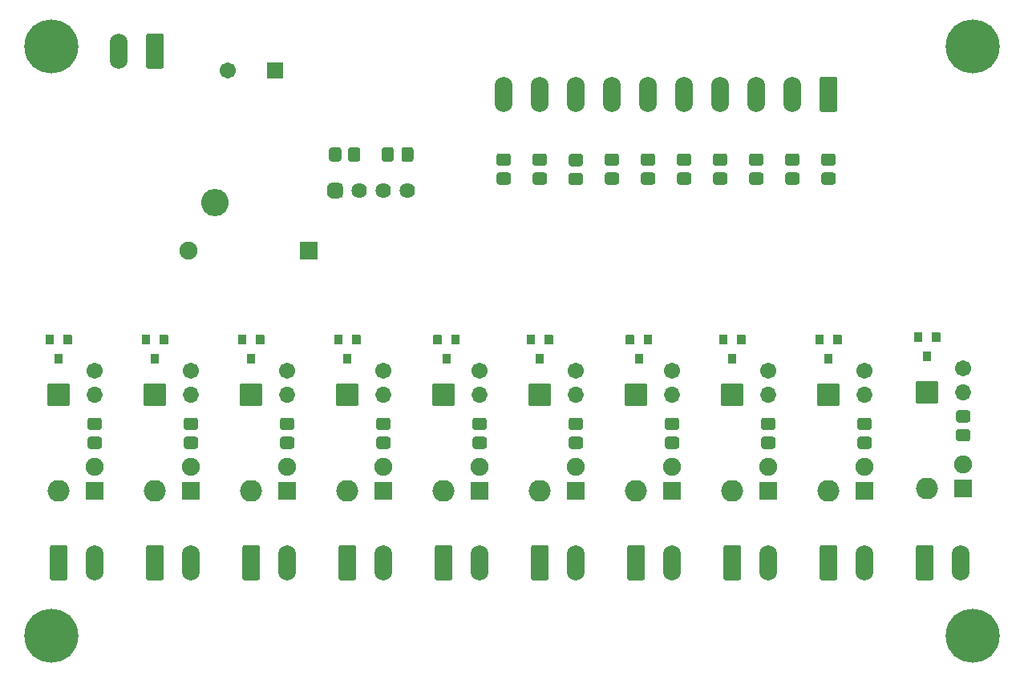
<source format=gbr>
%TF.GenerationSoftware,KiCad,Pcbnew,(5.1.9)-1*%
%TF.CreationDate,2021-03-17T19:06:28+01:00*%
%TF.ProjectId,Nvum_CNC_expander,4e76756d-5f43-44e4-935f-657870616e64,1*%
%TF.SameCoordinates,Original*%
%TF.FileFunction,Soldermask,Bot*%
%TF.FilePolarity,Negative*%
%FSLAX46Y46*%
G04 Gerber Fmt 4.6, Leading zero omitted, Abs format (unit mm)*
G04 Created by KiCad (PCBNEW (5.1.9)-1) date 2021-03-17 19:06:28*
%MOMM*%
%LPD*%
G01*
G04 APERTURE LIST*
%ADD10O,1.902000X1.902000*%
%ADD11O,2.902000X2.902000*%
%ADD12O,1.702000X1.702000*%
%ADD13C,1.702000*%
%ADD14C,1.626000*%
%ADD15O,2.302000X2.302000*%
%ADD16C,1.902000*%
%ADD17C,5.702000*%
%ADD18O,1.902000X3.702000*%
%ADD19C,0.100000*%
G04 APERTURE END LIST*
D10*
%TO.C,D21*%
X42926000Y-72415400D03*
G36*
G01*
X56577000Y-71515400D02*
X56577000Y-73315400D01*
G75*
G02*
X56526000Y-73366400I-51000J0D01*
G01*
X54726000Y-73366400D01*
G75*
G02*
X54675000Y-73315400I0J51000D01*
G01*
X54675000Y-71515400D01*
G75*
G02*
X54726000Y-71464400I51000J0D01*
G01*
X56526000Y-71464400D01*
G75*
G02*
X56577000Y-71515400I0J-51000D01*
G01*
G37*
%TD*%
D11*
%TO.C,D31*%
X45720000Y-67310000D03*
%TD*%
D12*
%TO.C,R15*%
X33020000Y-87630000D03*
D13*
X33020000Y-85090000D03*
%TD*%
D12*
%TO.C,R14*%
X43180000Y-87630000D03*
D13*
X43180000Y-85090000D03*
%TD*%
D12*
%TO.C,R13*%
X53340000Y-87630000D03*
D13*
X53340000Y-85090000D03*
%TD*%
D12*
%TO.C,R12*%
X63500000Y-87630000D03*
D13*
X63500000Y-85090000D03*
%TD*%
D12*
%TO.C,R11*%
X73660000Y-87630000D03*
D13*
X73660000Y-85090000D03*
%TD*%
D12*
%TO.C,R5*%
X83820000Y-87630000D03*
D13*
X83820000Y-85090000D03*
%TD*%
D12*
%TO.C,R4*%
X93980000Y-87630000D03*
D13*
X93980000Y-85090000D03*
%TD*%
D12*
%TO.C,R3*%
X104140000Y-87630000D03*
D13*
X104140000Y-85090000D03*
%TD*%
D12*
%TO.C,R2*%
X114300000Y-87630000D03*
D13*
X114300000Y-85090000D03*
%TD*%
D12*
%TO.C,R1*%
X124714000Y-87376000D03*
D13*
X124714000Y-84836000D03*
%TD*%
%TO.C,B1*%
G36*
G01*
X58826500Y-66853000D02*
X58013500Y-66853000D01*
G75*
G02*
X57607000Y-66446500I0J406500D01*
G01*
X57607000Y-65633500D01*
G75*
G02*
X58013500Y-65227000I406500J0D01*
G01*
X58826500Y-65227000D01*
G75*
G02*
X59233000Y-65633500I0J-406500D01*
G01*
X59233000Y-66446500D01*
G75*
G02*
X58826500Y-66853000I-406500J0D01*
G01*
G37*
D14*
X60960000Y-66040000D03*
X63500000Y-66040000D03*
X66040000Y-66040000D03*
%TD*%
%TO.C,C1*%
G36*
G01*
X66678500Y-61725702D02*
X66678500Y-62734298D01*
G75*
G02*
X66406798Y-63006000I-271702J0D01*
G01*
X65673202Y-63006000D01*
G75*
G02*
X65401500Y-62734298I0J271702D01*
G01*
X65401500Y-61725702D01*
G75*
G02*
X65673202Y-61454000I271702J0D01*
G01*
X66406798Y-61454000D01*
G75*
G02*
X66678500Y-61725702I0J-271702D01*
G01*
G37*
G36*
G01*
X64603500Y-61725702D02*
X64603500Y-62734298D01*
G75*
G02*
X64331798Y-63006000I-271702J0D01*
G01*
X63598202Y-63006000D01*
G75*
G02*
X63326500Y-62734298I0J271702D01*
G01*
X63326500Y-61725702D01*
G75*
G02*
X63598202Y-61454000I271702J0D01*
G01*
X64331798Y-61454000D01*
G75*
G02*
X64603500Y-61725702I0J-271702D01*
G01*
G37*
%TD*%
%TO.C,C2*%
G36*
G01*
X52921000Y-52540000D02*
X52921000Y-54140000D01*
G75*
G02*
X52870000Y-54191000I-51000J0D01*
G01*
X51270000Y-54191000D01*
G75*
G02*
X51219000Y-54140000I0J51000D01*
G01*
X51219000Y-52540000D01*
G75*
G02*
X51270000Y-52489000I51000J0D01*
G01*
X52870000Y-52489000D01*
G75*
G02*
X52921000Y-52540000I0J-51000D01*
G01*
G37*
D13*
X47070000Y-53340000D03*
%TD*%
D15*
%TO.C,D1*%
X120904000Y-97536000D03*
G36*
G01*
X119804000Y-86225000D02*
X122004000Y-86225000D01*
G75*
G02*
X122055000Y-86276000I0J-51000D01*
G01*
X122055000Y-88476000D01*
G75*
G02*
X122004000Y-88527000I-51000J0D01*
G01*
X119804000Y-88527000D01*
G75*
G02*
X119753000Y-88476000I0J51000D01*
G01*
X119753000Y-86276000D01*
G75*
G02*
X119804000Y-86225000I51000J0D01*
G01*
G37*
%TD*%
%TO.C,D2*%
X110490000Y-97790000D03*
G36*
G01*
X109390000Y-86479000D02*
X111590000Y-86479000D01*
G75*
G02*
X111641000Y-86530000I0J-51000D01*
G01*
X111641000Y-88730000D01*
G75*
G02*
X111590000Y-88781000I-51000J0D01*
G01*
X109390000Y-88781000D01*
G75*
G02*
X109339000Y-88730000I0J51000D01*
G01*
X109339000Y-86530000D01*
G75*
G02*
X109390000Y-86479000I51000J0D01*
G01*
G37*
%TD*%
%TO.C,D3*%
X100330000Y-97790000D03*
G36*
G01*
X99230000Y-86479000D02*
X101430000Y-86479000D01*
G75*
G02*
X101481000Y-86530000I0J-51000D01*
G01*
X101481000Y-88730000D01*
G75*
G02*
X101430000Y-88781000I-51000J0D01*
G01*
X99230000Y-88781000D01*
G75*
G02*
X99179000Y-88730000I0J51000D01*
G01*
X99179000Y-86530000D01*
G75*
G02*
X99230000Y-86479000I51000J0D01*
G01*
G37*
%TD*%
%TO.C,D4*%
G36*
G01*
X89070000Y-86479000D02*
X91270000Y-86479000D01*
G75*
G02*
X91321000Y-86530000I0J-51000D01*
G01*
X91321000Y-88730000D01*
G75*
G02*
X91270000Y-88781000I-51000J0D01*
G01*
X89070000Y-88781000D01*
G75*
G02*
X89019000Y-88730000I0J51000D01*
G01*
X89019000Y-86530000D01*
G75*
G02*
X89070000Y-86479000I51000J0D01*
G01*
G37*
X90170000Y-97790000D03*
%TD*%
%TO.C,D5*%
G36*
G01*
X78910000Y-86479000D02*
X81110000Y-86479000D01*
G75*
G02*
X81161000Y-86530000I0J-51000D01*
G01*
X81161000Y-88730000D01*
G75*
G02*
X81110000Y-88781000I-51000J0D01*
G01*
X78910000Y-88781000D01*
G75*
G02*
X78859000Y-88730000I0J51000D01*
G01*
X78859000Y-86530000D01*
G75*
G02*
X78910000Y-86479000I51000J0D01*
G01*
G37*
X80010000Y-97790000D03*
%TD*%
D16*
%TO.C,D6*%
X124714000Y-94996000D03*
G36*
G01*
X125614000Y-98487000D02*
X123814000Y-98487000D01*
G75*
G02*
X123763000Y-98436000I0J51000D01*
G01*
X123763000Y-96636000D01*
G75*
G02*
X123814000Y-96585000I51000J0D01*
G01*
X125614000Y-96585000D01*
G75*
G02*
X125665000Y-96636000I0J-51000D01*
G01*
X125665000Y-98436000D01*
G75*
G02*
X125614000Y-98487000I-51000J0D01*
G01*
G37*
%TD*%
%TO.C,D7*%
G36*
G01*
X115200000Y-98741000D02*
X113400000Y-98741000D01*
G75*
G02*
X113349000Y-98690000I0J51000D01*
G01*
X113349000Y-96890000D01*
G75*
G02*
X113400000Y-96839000I51000J0D01*
G01*
X115200000Y-96839000D01*
G75*
G02*
X115251000Y-96890000I0J-51000D01*
G01*
X115251000Y-98690000D01*
G75*
G02*
X115200000Y-98741000I-51000J0D01*
G01*
G37*
X114300000Y-95250000D03*
%TD*%
%TO.C,D8*%
X104140000Y-95250000D03*
G36*
G01*
X105040000Y-98741000D02*
X103240000Y-98741000D01*
G75*
G02*
X103189000Y-98690000I0J51000D01*
G01*
X103189000Y-96890000D01*
G75*
G02*
X103240000Y-96839000I51000J0D01*
G01*
X105040000Y-96839000D01*
G75*
G02*
X105091000Y-96890000I0J-51000D01*
G01*
X105091000Y-98690000D01*
G75*
G02*
X105040000Y-98741000I-51000J0D01*
G01*
G37*
%TD*%
%TO.C,D9*%
G36*
G01*
X94880000Y-98741000D02*
X93080000Y-98741000D01*
G75*
G02*
X93029000Y-98690000I0J51000D01*
G01*
X93029000Y-96890000D01*
G75*
G02*
X93080000Y-96839000I51000J0D01*
G01*
X94880000Y-96839000D01*
G75*
G02*
X94931000Y-96890000I0J-51000D01*
G01*
X94931000Y-98690000D01*
G75*
G02*
X94880000Y-98741000I-51000J0D01*
G01*
G37*
X93980000Y-95250000D03*
%TD*%
%TO.C,D10*%
X83820000Y-95250000D03*
G36*
G01*
X84720000Y-98741000D02*
X82920000Y-98741000D01*
G75*
G02*
X82869000Y-98690000I0J51000D01*
G01*
X82869000Y-96890000D01*
G75*
G02*
X82920000Y-96839000I51000J0D01*
G01*
X84720000Y-96839000D01*
G75*
G02*
X84771000Y-96890000I0J-51000D01*
G01*
X84771000Y-98690000D01*
G75*
G02*
X84720000Y-98741000I-51000J0D01*
G01*
G37*
%TD*%
D15*
%TO.C,D11*%
X69850000Y-97790000D03*
G36*
G01*
X68750000Y-86479000D02*
X70950000Y-86479000D01*
G75*
G02*
X71001000Y-86530000I0J-51000D01*
G01*
X71001000Y-88730000D01*
G75*
G02*
X70950000Y-88781000I-51000J0D01*
G01*
X68750000Y-88781000D01*
G75*
G02*
X68699000Y-88730000I0J51000D01*
G01*
X68699000Y-86530000D01*
G75*
G02*
X68750000Y-86479000I51000J0D01*
G01*
G37*
%TD*%
%TO.C,D12*%
X59690000Y-97790000D03*
G36*
G01*
X58590000Y-86479000D02*
X60790000Y-86479000D01*
G75*
G02*
X60841000Y-86530000I0J-51000D01*
G01*
X60841000Y-88730000D01*
G75*
G02*
X60790000Y-88781000I-51000J0D01*
G01*
X58590000Y-88781000D01*
G75*
G02*
X58539000Y-88730000I0J51000D01*
G01*
X58539000Y-86530000D01*
G75*
G02*
X58590000Y-86479000I51000J0D01*
G01*
G37*
%TD*%
%TO.C,D13*%
G36*
G01*
X48430000Y-86479000D02*
X50630000Y-86479000D01*
G75*
G02*
X50681000Y-86530000I0J-51000D01*
G01*
X50681000Y-88730000D01*
G75*
G02*
X50630000Y-88781000I-51000J0D01*
G01*
X48430000Y-88781000D01*
G75*
G02*
X48379000Y-88730000I0J51000D01*
G01*
X48379000Y-86530000D01*
G75*
G02*
X48430000Y-86479000I51000J0D01*
G01*
G37*
X49530000Y-97790000D03*
%TD*%
%TO.C,D14*%
G36*
G01*
X38270000Y-86479000D02*
X40470000Y-86479000D01*
G75*
G02*
X40521000Y-86530000I0J-51000D01*
G01*
X40521000Y-88730000D01*
G75*
G02*
X40470000Y-88781000I-51000J0D01*
G01*
X38270000Y-88781000D01*
G75*
G02*
X38219000Y-88730000I0J51000D01*
G01*
X38219000Y-86530000D01*
G75*
G02*
X38270000Y-86479000I51000J0D01*
G01*
G37*
X39370000Y-97790000D03*
%TD*%
%TO.C,D15*%
X29210000Y-97790000D03*
G36*
G01*
X28110000Y-86479000D02*
X30310000Y-86479000D01*
G75*
G02*
X30361000Y-86530000I0J-51000D01*
G01*
X30361000Y-88730000D01*
G75*
G02*
X30310000Y-88781000I-51000J0D01*
G01*
X28110000Y-88781000D01*
G75*
G02*
X28059000Y-88730000I0J51000D01*
G01*
X28059000Y-86530000D01*
G75*
G02*
X28110000Y-86479000I51000J0D01*
G01*
G37*
%TD*%
D16*
%TO.C,D16*%
X73660000Y-95250000D03*
G36*
G01*
X74560000Y-98741000D02*
X72760000Y-98741000D01*
G75*
G02*
X72709000Y-98690000I0J51000D01*
G01*
X72709000Y-96890000D01*
G75*
G02*
X72760000Y-96839000I51000J0D01*
G01*
X74560000Y-96839000D01*
G75*
G02*
X74611000Y-96890000I0J-51000D01*
G01*
X74611000Y-98690000D01*
G75*
G02*
X74560000Y-98741000I-51000J0D01*
G01*
G37*
%TD*%
%TO.C,D17*%
G36*
G01*
X64400000Y-98741000D02*
X62600000Y-98741000D01*
G75*
G02*
X62549000Y-98690000I0J51000D01*
G01*
X62549000Y-96890000D01*
G75*
G02*
X62600000Y-96839000I51000J0D01*
G01*
X64400000Y-96839000D01*
G75*
G02*
X64451000Y-96890000I0J-51000D01*
G01*
X64451000Y-98690000D01*
G75*
G02*
X64400000Y-98741000I-51000J0D01*
G01*
G37*
X63500000Y-95250000D03*
%TD*%
%TO.C,D18*%
G36*
G01*
X54240000Y-98741000D02*
X52440000Y-98741000D01*
G75*
G02*
X52389000Y-98690000I0J51000D01*
G01*
X52389000Y-96890000D01*
G75*
G02*
X52440000Y-96839000I51000J0D01*
G01*
X54240000Y-96839000D01*
G75*
G02*
X54291000Y-96890000I0J-51000D01*
G01*
X54291000Y-98690000D01*
G75*
G02*
X54240000Y-98741000I-51000J0D01*
G01*
G37*
X53340000Y-95250000D03*
%TD*%
%TO.C,D19*%
G36*
G01*
X44080000Y-98741000D02*
X42280000Y-98741000D01*
G75*
G02*
X42229000Y-98690000I0J51000D01*
G01*
X42229000Y-96890000D01*
G75*
G02*
X42280000Y-96839000I51000J0D01*
G01*
X44080000Y-96839000D01*
G75*
G02*
X44131000Y-96890000I0J-51000D01*
G01*
X44131000Y-98690000D01*
G75*
G02*
X44080000Y-98741000I-51000J0D01*
G01*
G37*
X43180000Y-95250000D03*
%TD*%
%TO.C,D20*%
X33020000Y-95250000D03*
G36*
G01*
X33920000Y-98741000D02*
X32120000Y-98741000D01*
G75*
G02*
X32069000Y-98690000I0J51000D01*
G01*
X32069000Y-96890000D01*
G75*
G02*
X32120000Y-96839000I51000J0D01*
G01*
X33920000Y-96839000D01*
G75*
G02*
X33971000Y-96890000I0J-51000D01*
G01*
X33971000Y-98690000D01*
G75*
G02*
X33920000Y-98741000I-51000J0D01*
G01*
G37*
%TD*%
D17*
%TO.C,H1*%
X125730000Y-50800000D03*
%TD*%
%TO.C,H2*%
X28448000Y-50800000D03*
%TD*%
%TO.C,H3*%
X125730000Y-113130000D03*
%TD*%
%TO.C,H4*%
X28448000Y-113130000D03*
%TD*%
%TO.C,J1*%
G36*
G01*
X119699000Y-106996834D02*
X119699000Y-103823166D01*
G75*
G02*
X119963166Y-103559000I264166J0D01*
G01*
X121336834Y-103559000D01*
G75*
G02*
X121601000Y-103823166I0J-264166D01*
G01*
X121601000Y-106996834D01*
G75*
G02*
X121336834Y-107261000I-264166J0D01*
G01*
X119963166Y-107261000D01*
G75*
G02*
X119699000Y-106996834I0J264166D01*
G01*
G37*
D18*
X124460000Y-105410000D03*
%TD*%
%TO.C,J2*%
X114300000Y-105410000D03*
G36*
G01*
X109539000Y-106996834D02*
X109539000Y-103823166D01*
G75*
G02*
X109803166Y-103559000I264166J0D01*
G01*
X111176834Y-103559000D01*
G75*
G02*
X111441000Y-103823166I0J-264166D01*
G01*
X111441000Y-106996834D01*
G75*
G02*
X111176834Y-107261000I-264166J0D01*
G01*
X109803166Y-107261000D01*
G75*
G02*
X109539000Y-106996834I0J264166D01*
G01*
G37*
%TD*%
%TO.C,J3*%
X104140000Y-105410000D03*
G36*
G01*
X99379000Y-106996834D02*
X99379000Y-103823166D01*
G75*
G02*
X99643166Y-103559000I264166J0D01*
G01*
X101016834Y-103559000D01*
G75*
G02*
X101281000Y-103823166I0J-264166D01*
G01*
X101281000Y-106996834D01*
G75*
G02*
X101016834Y-107261000I-264166J0D01*
G01*
X99643166Y-107261000D01*
G75*
G02*
X99379000Y-106996834I0J264166D01*
G01*
G37*
%TD*%
%TO.C,J4*%
X93980000Y-105410000D03*
G36*
G01*
X89219000Y-106996834D02*
X89219000Y-103823166D01*
G75*
G02*
X89483166Y-103559000I264166J0D01*
G01*
X90856834Y-103559000D01*
G75*
G02*
X91121000Y-103823166I0J-264166D01*
G01*
X91121000Y-106996834D01*
G75*
G02*
X90856834Y-107261000I-264166J0D01*
G01*
X89483166Y-107261000D01*
G75*
G02*
X89219000Y-106996834I0J264166D01*
G01*
G37*
%TD*%
%TO.C,J5*%
G36*
G01*
X79059000Y-106996834D02*
X79059000Y-103823166D01*
G75*
G02*
X79323166Y-103559000I264166J0D01*
G01*
X80696834Y-103559000D01*
G75*
G02*
X80961000Y-103823166I0J-264166D01*
G01*
X80961000Y-106996834D01*
G75*
G02*
X80696834Y-107261000I-264166J0D01*
G01*
X79323166Y-107261000D01*
G75*
G02*
X79059000Y-106996834I0J264166D01*
G01*
G37*
X83820000Y-105410000D03*
%TD*%
%TO.C,J6*%
X73660000Y-105410000D03*
G36*
G01*
X68899000Y-106996834D02*
X68899000Y-103823166D01*
G75*
G02*
X69163166Y-103559000I264166J0D01*
G01*
X70536834Y-103559000D01*
G75*
G02*
X70801000Y-103823166I0J-264166D01*
G01*
X70801000Y-106996834D01*
G75*
G02*
X70536834Y-107261000I-264166J0D01*
G01*
X69163166Y-107261000D01*
G75*
G02*
X68899000Y-106996834I0J264166D01*
G01*
G37*
%TD*%
%TO.C,J7*%
G36*
G01*
X58739000Y-106996834D02*
X58739000Y-103823166D01*
G75*
G02*
X59003166Y-103559000I264166J0D01*
G01*
X60376834Y-103559000D01*
G75*
G02*
X60641000Y-103823166I0J-264166D01*
G01*
X60641000Y-106996834D01*
G75*
G02*
X60376834Y-107261000I-264166J0D01*
G01*
X59003166Y-107261000D01*
G75*
G02*
X58739000Y-106996834I0J264166D01*
G01*
G37*
X63500000Y-105410000D03*
%TD*%
%TO.C,J8*%
G36*
G01*
X48579000Y-106996834D02*
X48579000Y-103823166D01*
G75*
G02*
X48843166Y-103559000I264166J0D01*
G01*
X50216834Y-103559000D01*
G75*
G02*
X50481000Y-103823166I0J-264166D01*
G01*
X50481000Y-106996834D01*
G75*
G02*
X50216834Y-107261000I-264166J0D01*
G01*
X48843166Y-107261000D01*
G75*
G02*
X48579000Y-106996834I0J264166D01*
G01*
G37*
X53340000Y-105410000D03*
%TD*%
%TO.C,J9*%
G36*
G01*
X38419000Y-106996834D02*
X38419000Y-103823166D01*
G75*
G02*
X38683166Y-103559000I264166J0D01*
G01*
X40056834Y-103559000D01*
G75*
G02*
X40321000Y-103823166I0J-264166D01*
G01*
X40321000Y-106996834D01*
G75*
G02*
X40056834Y-107261000I-264166J0D01*
G01*
X38683166Y-107261000D01*
G75*
G02*
X38419000Y-106996834I0J264166D01*
G01*
G37*
X43180000Y-105410000D03*
%TD*%
%TO.C,J10*%
X33020000Y-105410000D03*
G36*
G01*
X28259000Y-106996834D02*
X28259000Y-103823166D01*
G75*
G02*
X28523166Y-103559000I264166J0D01*
G01*
X29896834Y-103559000D01*
G75*
G02*
X30161000Y-103823166I0J-264166D01*
G01*
X30161000Y-106996834D01*
G75*
G02*
X29896834Y-107261000I-264166J0D01*
G01*
X28523166Y-107261000D01*
G75*
G02*
X28259000Y-106996834I0J264166D01*
G01*
G37*
%TD*%
%TO.C,J11*%
G36*
G01*
X40321000Y-49721166D02*
X40321000Y-52894834D01*
G75*
G02*
X40056834Y-53159000I-264166J0D01*
G01*
X38683166Y-53159000D01*
G75*
G02*
X38419000Y-52894834I0J264166D01*
G01*
X38419000Y-49721166D01*
G75*
G02*
X38683166Y-49457000I264166J0D01*
G01*
X40056834Y-49457000D01*
G75*
G02*
X40321000Y-49721166I0J-264166D01*
G01*
G37*
X35560000Y-51308000D03*
%TD*%
%TO.C,J12*%
G36*
G01*
X111441000Y-54293166D02*
X111441000Y-57466834D01*
G75*
G02*
X111176834Y-57731000I-264166J0D01*
G01*
X109803166Y-57731000D01*
G75*
G02*
X109539000Y-57466834I0J264166D01*
G01*
X109539000Y-54293166D01*
G75*
G02*
X109803166Y-54029000I264166J0D01*
G01*
X111176834Y-54029000D01*
G75*
G02*
X111441000Y-54293166I0J-264166D01*
G01*
G37*
X106680000Y-55880000D03*
X102870000Y-55880000D03*
X99060000Y-55880000D03*
X95250000Y-55880000D03*
X91440000Y-55880000D03*
X87630000Y-55880000D03*
X83820000Y-55880000D03*
X80010000Y-55880000D03*
X76200000Y-55880000D03*
%TD*%
%TO.C,Q1*%
G36*
G01*
X120504000Y-83065000D02*
X121304000Y-83065000D01*
G75*
G02*
X121355000Y-83116000I0J-51000D01*
G01*
X121355000Y-84016000D01*
G75*
G02*
X121304000Y-84067000I-51000J0D01*
G01*
X120504000Y-84067000D01*
G75*
G02*
X120453000Y-84016000I0J51000D01*
G01*
X120453000Y-83116000D01*
G75*
G02*
X120504000Y-83065000I51000J0D01*
G01*
G37*
G36*
G01*
X121454000Y-81065000D02*
X122254000Y-81065000D01*
G75*
G02*
X122305000Y-81116000I0J-51000D01*
G01*
X122305000Y-82016000D01*
G75*
G02*
X122254000Y-82067000I-51000J0D01*
G01*
X121454000Y-82067000D01*
G75*
G02*
X121403000Y-82016000I0J51000D01*
G01*
X121403000Y-81116000D01*
G75*
G02*
X121454000Y-81065000I51000J0D01*
G01*
G37*
G36*
G01*
X119554000Y-81065000D02*
X120354000Y-81065000D01*
G75*
G02*
X120405000Y-81116000I0J-51000D01*
G01*
X120405000Y-82016000D01*
G75*
G02*
X120354000Y-82067000I-51000J0D01*
G01*
X119554000Y-82067000D01*
G75*
G02*
X119503000Y-82016000I0J51000D01*
G01*
X119503000Y-81116000D01*
G75*
G02*
X119554000Y-81065000I51000J0D01*
G01*
G37*
%TD*%
%TO.C,Q2*%
G36*
G01*
X109140000Y-81319000D02*
X109940000Y-81319000D01*
G75*
G02*
X109991000Y-81370000I0J-51000D01*
G01*
X109991000Y-82270000D01*
G75*
G02*
X109940000Y-82321000I-51000J0D01*
G01*
X109140000Y-82321000D01*
G75*
G02*
X109089000Y-82270000I0J51000D01*
G01*
X109089000Y-81370000D01*
G75*
G02*
X109140000Y-81319000I51000J0D01*
G01*
G37*
G36*
G01*
X111040000Y-81319000D02*
X111840000Y-81319000D01*
G75*
G02*
X111891000Y-81370000I0J-51000D01*
G01*
X111891000Y-82270000D01*
G75*
G02*
X111840000Y-82321000I-51000J0D01*
G01*
X111040000Y-82321000D01*
G75*
G02*
X110989000Y-82270000I0J51000D01*
G01*
X110989000Y-81370000D01*
G75*
G02*
X111040000Y-81319000I51000J0D01*
G01*
G37*
G36*
G01*
X110090000Y-83319000D02*
X110890000Y-83319000D01*
G75*
G02*
X110941000Y-83370000I0J-51000D01*
G01*
X110941000Y-84270000D01*
G75*
G02*
X110890000Y-84321000I-51000J0D01*
G01*
X110090000Y-84321000D01*
G75*
G02*
X110039000Y-84270000I0J51000D01*
G01*
X110039000Y-83370000D01*
G75*
G02*
X110090000Y-83319000I51000J0D01*
G01*
G37*
%TD*%
%TO.C,Q3*%
G36*
G01*
X99930000Y-83319000D02*
X100730000Y-83319000D01*
G75*
G02*
X100781000Y-83370000I0J-51000D01*
G01*
X100781000Y-84270000D01*
G75*
G02*
X100730000Y-84321000I-51000J0D01*
G01*
X99930000Y-84321000D01*
G75*
G02*
X99879000Y-84270000I0J51000D01*
G01*
X99879000Y-83370000D01*
G75*
G02*
X99930000Y-83319000I51000J0D01*
G01*
G37*
G36*
G01*
X100880000Y-81319000D02*
X101680000Y-81319000D01*
G75*
G02*
X101731000Y-81370000I0J-51000D01*
G01*
X101731000Y-82270000D01*
G75*
G02*
X101680000Y-82321000I-51000J0D01*
G01*
X100880000Y-82321000D01*
G75*
G02*
X100829000Y-82270000I0J51000D01*
G01*
X100829000Y-81370000D01*
G75*
G02*
X100880000Y-81319000I51000J0D01*
G01*
G37*
G36*
G01*
X98980000Y-81319000D02*
X99780000Y-81319000D01*
G75*
G02*
X99831000Y-81370000I0J-51000D01*
G01*
X99831000Y-82270000D01*
G75*
G02*
X99780000Y-82321000I-51000J0D01*
G01*
X98980000Y-82321000D01*
G75*
G02*
X98929000Y-82270000I0J51000D01*
G01*
X98929000Y-81370000D01*
G75*
G02*
X98980000Y-81319000I51000J0D01*
G01*
G37*
%TD*%
%TO.C,Q4*%
G36*
G01*
X89140000Y-81319000D02*
X89940000Y-81319000D01*
G75*
G02*
X89991000Y-81370000I0J-51000D01*
G01*
X89991000Y-82270000D01*
G75*
G02*
X89940000Y-82321000I-51000J0D01*
G01*
X89140000Y-82321000D01*
G75*
G02*
X89089000Y-82270000I0J51000D01*
G01*
X89089000Y-81370000D01*
G75*
G02*
X89140000Y-81319000I51000J0D01*
G01*
G37*
G36*
G01*
X91040000Y-81319000D02*
X91840000Y-81319000D01*
G75*
G02*
X91891000Y-81370000I0J-51000D01*
G01*
X91891000Y-82270000D01*
G75*
G02*
X91840000Y-82321000I-51000J0D01*
G01*
X91040000Y-82321000D01*
G75*
G02*
X90989000Y-82270000I0J51000D01*
G01*
X90989000Y-81370000D01*
G75*
G02*
X91040000Y-81319000I51000J0D01*
G01*
G37*
G36*
G01*
X90090000Y-83319000D02*
X90890000Y-83319000D01*
G75*
G02*
X90941000Y-83370000I0J-51000D01*
G01*
X90941000Y-84270000D01*
G75*
G02*
X90890000Y-84321000I-51000J0D01*
G01*
X90090000Y-84321000D01*
G75*
G02*
X90039000Y-84270000I0J51000D01*
G01*
X90039000Y-83370000D01*
G75*
G02*
X90090000Y-83319000I51000J0D01*
G01*
G37*
%TD*%
%TO.C,Q5*%
G36*
G01*
X78660000Y-81319000D02*
X79460000Y-81319000D01*
G75*
G02*
X79511000Y-81370000I0J-51000D01*
G01*
X79511000Y-82270000D01*
G75*
G02*
X79460000Y-82321000I-51000J0D01*
G01*
X78660000Y-82321000D01*
G75*
G02*
X78609000Y-82270000I0J51000D01*
G01*
X78609000Y-81370000D01*
G75*
G02*
X78660000Y-81319000I51000J0D01*
G01*
G37*
G36*
G01*
X80560000Y-81319000D02*
X81360000Y-81319000D01*
G75*
G02*
X81411000Y-81370000I0J-51000D01*
G01*
X81411000Y-82270000D01*
G75*
G02*
X81360000Y-82321000I-51000J0D01*
G01*
X80560000Y-82321000D01*
G75*
G02*
X80509000Y-82270000I0J51000D01*
G01*
X80509000Y-81370000D01*
G75*
G02*
X80560000Y-81319000I51000J0D01*
G01*
G37*
G36*
G01*
X79610000Y-83319000D02*
X80410000Y-83319000D01*
G75*
G02*
X80461000Y-83370000I0J-51000D01*
G01*
X80461000Y-84270000D01*
G75*
G02*
X80410000Y-84321000I-51000J0D01*
G01*
X79610000Y-84321000D01*
G75*
G02*
X79559000Y-84270000I0J51000D01*
G01*
X79559000Y-83370000D01*
G75*
G02*
X79610000Y-83319000I51000J0D01*
G01*
G37*
%TD*%
%TO.C,Q6*%
G36*
G01*
X69770000Y-83319000D02*
X70570000Y-83319000D01*
G75*
G02*
X70621000Y-83370000I0J-51000D01*
G01*
X70621000Y-84270000D01*
G75*
G02*
X70570000Y-84321000I-51000J0D01*
G01*
X69770000Y-84321000D01*
G75*
G02*
X69719000Y-84270000I0J51000D01*
G01*
X69719000Y-83370000D01*
G75*
G02*
X69770000Y-83319000I51000J0D01*
G01*
G37*
G36*
G01*
X70720000Y-81319000D02*
X71520000Y-81319000D01*
G75*
G02*
X71571000Y-81370000I0J-51000D01*
G01*
X71571000Y-82270000D01*
G75*
G02*
X71520000Y-82321000I-51000J0D01*
G01*
X70720000Y-82321000D01*
G75*
G02*
X70669000Y-82270000I0J51000D01*
G01*
X70669000Y-81370000D01*
G75*
G02*
X70720000Y-81319000I51000J0D01*
G01*
G37*
G36*
G01*
X68820000Y-81319000D02*
X69620000Y-81319000D01*
G75*
G02*
X69671000Y-81370000I0J-51000D01*
G01*
X69671000Y-82270000D01*
G75*
G02*
X69620000Y-82321000I-51000J0D01*
G01*
X68820000Y-82321000D01*
G75*
G02*
X68769000Y-82270000I0J51000D01*
G01*
X68769000Y-81370000D01*
G75*
G02*
X68820000Y-81319000I51000J0D01*
G01*
G37*
%TD*%
%TO.C,Q7*%
G36*
G01*
X59290000Y-83319000D02*
X60090000Y-83319000D01*
G75*
G02*
X60141000Y-83370000I0J-51000D01*
G01*
X60141000Y-84270000D01*
G75*
G02*
X60090000Y-84321000I-51000J0D01*
G01*
X59290000Y-84321000D01*
G75*
G02*
X59239000Y-84270000I0J51000D01*
G01*
X59239000Y-83370000D01*
G75*
G02*
X59290000Y-83319000I51000J0D01*
G01*
G37*
G36*
G01*
X60240000Y-81319000D02*
X61040000Y-81319000D01*
G75*
G02*
X61091000Y-81370000I0J-51000D01*
G01*
X61091000Y-82270000D01*
G75*
G02*
X61040000Y-82321000I-51000J0D01*
G01*
X60240000Y-82321000D01*
G75*
G02*
X60189000Y-82270000I0J51000D01*
G01*
X60189000Y-81370000D01*
G75*
G02*
X60240000Y-81319000I51000J0D01*
G01*
G37*
G36*
G01*
X58340000Y-81319000D02*
X59140000Y-81319000D01*
G75*
G02*
X59191000Y-81370000I0J-51000D01*
G01*
X59191000Y-82270000D01*
G75*
G02*
X59140000Y-82321000I-51000J0D01*
G01*
X58340000Y-82321000D01*
G75*
G02*
X58289000Y-82270000I0J51000D01*
G01*
X58289000Y-81370000D01*
G75*
G02*
X58340000Y-81319000I51000J0D01*
G01*
G37*
%TD*%
%TO.C,Q8*%
G36*
G01*
X49130000Y-83319000D02*
X49930000Y-83319000D01*
G75*
G02*
X49981000Y-83370000I0J-51000D01*
G01*
X49981000Y-84270000D01*
G75*
G02*
X49930000Y-84321000I-51000J0D01*
G01*
X49130000Y-84321000D01*
G75*
G02*
X49079000Y-84270000I0J51000D01*
G01*
X49079000Y-83370000D01*
G75*
G02*
X49130000Y-83319000I51000J0D01*
G01*
G37*
G36*
G01*
X50080000Y-81319000D02*
X50880000Y-81319000D01*
G75*
G02*
X50931000Y-81370000I0J-51000D01*
G01*
X50931000Y-82270000D01*
G75*
G02*
X50880000Y-82321000I-51000J0D01*
G01*
X50080000Y-82321000D01*
G75*
G02*
X50029000Y-82270000I0J51000D01*
G01*
X50029000Y-81370000D01*
G75*
G02*
X50080000Y-81319000I51000J0D01*
G01*
G37*
G36*
G01*
X48180000Y-81319000D02*
X48980000Y-81319000D01*
G75*
G02*
X49031000Y-81370000I0J-51000D01*
G01*
X49031000Y-82270000D01*
G75*
G02*
X48980000Y-82321000I-51000J0D01*
G01*
X48180000Y-82321000D01*
G75*
G02*
X48129000Y-82270000I0J51000D01*
G01*
X48129000Y-81370000D01*
G75*
G02*
X48180000Y-81319000I51000J0D01*
G01*
G37*
%TD*%
%TO.C,Q9*%
G36*
G01*
X38020000Y-81319000D02*
X38820000Y-81319000D01*
G75*
G02*
X38871000Y-81370000I0J-51000D01*
G01*
X38871000Y-82270000D01*
G75*
G02*
X38820000Y-82321000I-51000J0D01*
G01*
X38020000Y-82321000D01*
G75*
G02*
X37969000Y-82270000I0J51000D01*
G01*
X37969000Y-81370000D01*
G75*
G02*
X38020000Y-81319000I51000J0D01*
G01*
G37*
G36*
G01*
X39920000Y-81319000D02*
X40720000Y-81319000D01*
G75*
G02*
X40771000Y-81370000I0J-51000D01*
G01*
X40771000Y-82270000D01*
G75*
G02*
X40720000Y-82321000I-51000J0D01*
G01*
X39920000Y-82321000D01*
G75*
G02*
X39869000Y-82270000I0J51000D01*
G01*
X39869000Y-81370000D01*
G75*
G02*
X39920000Y-81319000I51000J0D01*
G01*
G37*
G36*
G01*
X38970000Y-83319000D02*
X39770000Y-83319000D01*
G75*
G02*
X39821000Y-83370000I0J-51000D01*
G01*
X39821000Y-84270000D01*
G75*
G02*
X39770000Y-84321000I-51000J0D01*
G01*
X38970000Y-84321000D01*
G75*
G02*
X38919000Y-84270000I0J51000D01*
G01*
X38919000Y-83370000D01*
G75*
G02*
X38970000Y-83319000I51000J0D01*
G01*
G37*
%TD*%
%TO.C,Q10*%
G36*
G01*
X27860000Y-81319000D02*
X28660000Y-81319000D01*
G75*
G02*
X28711000Y-81370000I0J-51000D01*
G01*
X28711000Y-82270000D01*
G75*
G02*
X28660000Y-82321000I-51000J0D01*
G01*
X27860000Y-82321000D01*
G75*
G02*
X27809000Y-82270000I0J51000D01*
G01*
X27809000Y-81370000D01*
G75*
G02*
X27860000Y-81319000I51000J0D01*
G01*
G37*
G36*
G01*
X29760000Y-81319000D02*
X30560000Y-81319000D01*
G75*
G02*
X30611000Y-81370000I0J-51000D01*
G01*
X30611000Y-82270000D01*
G75*
G02*
X30560000Y-82321000I-51000J0D01*
G01*
X29760000Y-82321000D01*
G75*
G02*
X29709000Y-82270000I0J51000D01*
G01*
X29709000Y-81370000D01*
G75*
G02*
X29760000Y-81319000I51000J0D01*
G01*
G37*
G36*
G01*
X28810000Y-83319000D02*
X29610000Y-83319000D01*
G75*
G02*
X29661000Y-83370000I0J-51000D01*
G01*
X29661000Y-84270000D01*
G75*
G02*
X29610000Y-84321000I-51000J0D01*
G01*
X28810000Y-84321000D01*
G75*
G02*
X28759000Y-84270000I0J51000D01*
G01*
X28759000Y-83370000D01*
G75*
G02*
X28810000Y-83319000I51000J0D01*
G01*
G37*
%TD*%
%TO.C,R6*%
G36*
G01*
X124234248Y-89265000D02*
X125193752Y-89265000D01*
G75*
G02*
X125465000Y-89536248I0J-271248D01*
G01*
X125465000Y-90295752D01*
G75*
G02*
X125193752Y-90567000I-271248J0D01*
G01*
X124234248Y-90567000D01*
G75*
G02*
X123963000Y-90295752I0J271248D01*
G01*
X123963000Y-89536248D01*
G75*
G02*
X124234248Y-89265000I271248J0D01*
G01*
G37*
G36*
G01*
X124234248Y-91265000D02*
X125193752Y-91265000D01*
G75*
G02*
X125465000Y-91536248I0J-271248D01*
G01*
X125465000Y-92295752D01*
G75*
G02*
X125193752Y-92567000I-271248J0D01*
G01*
X124234248Y-92567000D01*
G75*
G02*
X123963000Y-92295752I0J271248D01*
G01*
X123963000Y-91536248D01*
G75*
G02*
X124234248Y-91265000I271248J0D01*
G01*
G37*
%TD*%
%TO.C,R7*%
G36*
G01*
X113820248Y-90059000D02*
X114779752Y-90059000D01*
G75*
G02*
X115051000Y-90330248I0J-271248D01*
G01*
X115051000Y-91089752D01*
G75*
G02*
X114779752Y-91361000I-271248J0D01*
G01*
X113820248Y-91361000D01*
G75*
G02*
X113549000Y-91089752I0J271248D01*
G01*
X113549000Y-90330248D01*
G75*
G02*
X113820248Y-90059000I271248J0D01*
G01*
G37*
G36*
G01*
X113820248Y-92059000D02*
X114779752Y-92059000D01*
G75*
G02*
X115051000Y-92330248I0J-271248D01*
G01*
X115051000Y-93089752D01*
G75*
G02*
X114779752Y-93361000I-271248J0D01*
G01*
X113820248Y-93361000D01*
G75*
G02*
X113549000Y-93089752I0J271248D01*
G01*
X113549000Y-92330248D01*
G75*
G02*
X113820248Y-92059000I271248J0D01*
G01*
G37*
%TD*%
%TO.C,R8*%
G36*
G01*
X103660248Y-92059000D02*
X104619752Y-92059000D01*
G75*
G02*
X104891000Y-92330248I0J-271248D01*
G01*
X104891000Y-93089752D01*
G75*
G02*
X104619752Y-93361000I-271248J0D01*
G01*
X103660248Y-93361000D01*
G75*
G02*
X103389000Y-93089752I0J271248D01*
G01*
X103389000Y-92330248D01*
G75*
G02*
X103660248Y-92059000I271248J0D01*
G01*
G37*
G36*
G01*
X103660248Y-90059000D02*
X104619752Y-90059000D01*
G75*
G02*
X104891000Y-90330248I0J-271248D01*
G01*
X104891000Y-91089752D01*
G75*
G02*
X104619752Y-91361000I-271248J0D01*
G01*
X103660248Y-91361000D01*
G75*
G02*
X103389000Y-91089752I0J271248D01*
G01*
X103389000Y-90330248D01*
G75*
G02*
X103660248Y-90059000I271248J0D01*
G01*
G37*
%TD*%
%TO.C,R9*%
G36*
G01*
X93500248Y-90059000D02*
X94459752Y-90059000D01*
G75*
G02*
X94731000Y-90330248I0J-271248D01*
G01*
X94731000Y-91089752D01*
G75*
G02*
X94459752Y-91361000I-271248J0D01*
G01*
X93500248Y-91361000D01*
G75*
G02*
X93229000Y-91089752I0J271248D01*
G01*
X93229000Y-90330248D01*
G75*
G02*
X93500248Y-90059000I271248J0D01*
G01*
G37*
G36*
G01*
X93500248Y-92059000D02*
X94459752Y-92059000D01*
G75*
G02*
X94731000Y-92330248I0J-271248D01*
G01*
X94731000Y-93089752D01*
G75*
G02*
X94459752Y-93361000I-271248J0D01*
G01*
X93500248Y-93361000D01*
G75*
G02*
X93229000Y-93089752I0J271248D01*
G01*
X93229000Y-92330248D01*
G75*
G02*
X93500248Y-92059000I271248J0D01*
G01*
G37*
%TD*%
%TO.C,R10*%
G36*
G01*
X83340248Y-90059000D02*
X84299752Y-90059000D01*
G75*
G02*
X84571000Y-90330248I0J-271248D01*
G01*
X84571000Y-91089752D01*
G75*
G02*
X84299752Y-91361000I-271248J0D01*
G01*
X83340248Y-91361000D01*
G75*
G02*
X83069000Y-91089752I0J271248D01*
G01*
X83069000Y-90330248D01*
G75*
G02*
X83340248Y-90059000I271248J0D01*
G01*
G37*
G36*
G01*
X83340248Y-92059000D02*
X84299752Y-92059000D01*
G75*
G02*
X84571000Y-92330248I0J-271248D01*
G01*
X84571000Y-93089752D01*
G75*
G02*
X84299752Y-93361000I-271248J0D01*
G01*
X83340248Y-93361000D01*
G75*
G02*
X83069000Y-93089752I0J271248D01*
G01*
X83069000Y-92330248D01*
G75*
G02*
X83340248Y-92059000I271248J0D01*
G01*
G37*
%TD*%
%TO.C,R16*%
G36*
G01*
X73180248Y-92059000D02*
X74139752Y-92059000D01*
G75*
G02*
X74411000Y-92330248I0J-271248D01*
G01*
X74411000Y-93089752D01*
G75*
G02*
X74139752Y-93361000I-271248J0D01*
G01*
X73180248Y-93361000D01*
G75*
G02*
X72909000Y-93089752I0J271248D01*
G01*
X72909000Y-92330248D01*
G75*
G02*
X73180248Y-92059000I271248J0D01*
G01*
G37*
G36*
G01*
X73180248Y-90059000D02*
X74139752Y-90059000D01*
G75*
G02*
X74411000Y-90330248I0J-271248D01*
G01*
X74411000Y-91089752D01*
G75*
G02*
X74139752Y-91361000I-271248J0D01*
G01*
X73180248Y-91361000D01*
G75*
G02*
X72909000Y-91089752I0J271248D01*
G01*
X72909000Y-90330248D01*
G75*
G02*
X73180248Y-90059000I271248J0D01*
G01*
G37*
%TD*%
%TO.C,R17*%
G36*
G01*
X63020248Y-90059000D02*
X63979752Y-90059000D01*
G75*
G02*
X64251000Y-90330248I0J-271248D01*
G01*
X64251000Y-91089752D01*
G75*
G02*
X63979752Y-91361000I-271248J0D01*
G01*
X63020248Y-91361000D01*
G75*
G02*
X62749000Y-91089752I0J271248D01*
G01*
X62749000Y-90330248D01*
G75*
G02*
X63020248Y-90059000I271248J0D01*
G01*
G37*
G36*
G01*
X63020248Y-92059000D02*
X63979752Y-92059000D01*
G75*
G02*
X64251000Y-92330248I0J-271248D01*
G01*
X64251000Y-93089752D01*
G75*
G02*
X63979752Y-93361000I-271248J0D01*
G01*
X63020248Y-93361000D01*
G75*
G02*
X62749000Y-93089752I0J271248D01*
G01*
X62749000Y-92330248D01*
G75*
G02*
X63020248Y-92059000I271248J0D01*
G01*
G37*
%TD*%
%TO.C,R18*%
G36*
G01*
X52860248Y-92059000D02*
X53819752Y-92059000D01*
G75*
G02*
X54091000Y-92330248I0J-271248D01*
G01*
X54091000Y-93089752D01*
G75*
G02*
X53819752Y-93361000I-271248J0D01*
G01*
X52860248Y-93361000D01*
G75*
G02*
X52589000Y-93089752I0J271248D01*
G01*
X52589000Y-92330248D01*
G75*
G02*
X52860248Y-92059000I271248J0D01*
G01*
G37*
G36*
G01*
X52860248Y-90059000D02*
X53819752Y-90059000D01*
G75*
G02*
X54091000Y-90330248I0J-271248D01*
G01*
X54091000Y-91089752D01*
G75*
G02*
X53819752Y-91361000I-271248J0D01*
G01*
X52860248Y-91361000D01*
G75*
G02*
X52589000Y-91089752I0J271248D01*
G01*
X52589000Y-90330248D01*
G75*
G02*
X52860248Y-90059000I271248J0D01*
G01*
G37*
%TD*%
%TO.C,R19*%
G36*
G01*
X42700248Y-92059000D02*
X43659752Y-92059000D01*
G75*
G02*
X43931000Y-92330248I0J-271248D01*
G01*
X43931000Y-93089752D01*
G75*
G02*
X43659752Y-93361000I-271248J0D01*
G01*
X42700248Y-93361000D01*
G75*
G02*
X42429000Y-93089752I0J271248D01*
G01*
X42429000Y-92330248D01*
G75*
G02*
X42700248Y-92059000I271248J0D01*
G01*
G37*
G36*
G01*
X42700248Y-90059000D02*
X43659752Y-90059000D01*
G75*
G02*
X43931000Y-90330248I0J-271248D01*
G01*
X43931000Y-91089752D01*
G75*
G02*
X43659752Y-91361000I-271248J0D01*
G01*
X42700248Y-91361000D01*
G75*
G02*
X42429000Y-91089752I0J271248D01*
G01*
X42429000Y-90330248D01*
G75*
G02*
X42700248Y-90059000I271248J0D01*
G01*
G37*
%TD*%
%TO.C,R20*%
G36*
G01*
X32540248Y-92059000D02*
X33499752Y-92059000D01*
G75*
G02*
X33771000Y-92330248I0J-271248D01*
G01*
X33771000Y-93089752D01*
G75*
G02*
X33499752Y-93361000I-271248J0D01*
G01*
X32540248Y-93361000D01*
G75*
G02*
X32269000Y-93089752I0J271248D01*
G01*
X32269000Y-92330248D01*
G75*
G02*
X32540248Y-92059000I271248J0D01*
G01*
G37*
G36*
G01*
X32540248Y-90059000D02*
X33499752Y-90059000D01*
G75*
G02*
X33771000Y-90330248I0J-271248D01*
G01*
X33771000Y-91089752D01*
G75*
G02*
X33499752Y-91361000I-271248J0D01*
G01*
X32540248Y-91361000D01*
G75*
G02*
X32269000Y-91089752I0J271248D01*
G01*
X32269000Y-90330248D01*
G75*
G02*
X32540248Y-90059000I271248J0D01*
G01*
G37*
%TD*%
%TO.C,R31*%
G36*
G01*
X110010248Y-62119000D02*
X110969752Y-62119000D01*
G75*
G02*
X111241000Y-62390248I0J-271248D01*
G01*
X111241000Y-63149752D01*
G75*
G02*
X110969752Y-63421000I-271248J0D01*
G01*
X110010248Y-63421000D01*
G75*
G02*
X109739000Y-63149752I0J271248D01*
G01*
X109739000Y-62390248D01*
G75*
G02*
X110010248Y-62119000I271248J0D01*
G01*
G37*
G36*
G01*
X110010248Y-64119000D02*
X110969752Y-64119000D01*
G75*
G02*
X111241000Y-64390248I0J-271248D01*
G01*
X111241000Y-65149752D01*
G75*
G02*
X110969752Y-65421000I-271248J0D01*
G01*
X110010248Y-65421000D01*
G75*
G02*
X109739000Y-65149752I0J271248D01*
G01*
X109739000Y-64390248D01*
G75*
G02*
X110010248Y-64119000I271248J0D01*
G01*
G37*
%TD*%
%TO.C,R32*%
G36*
G01*
X106200248Y-64119000D02*
X107159752Y-64119000D01*
G75*
G02*
X107431000Y-64390248I0J-271248D01*
G01*
X107431000Y-65149752D01*
G75*
G02*
X107159752Y-65421000I-271248J0D01*
G01*
X106200248Y-65421000D01*
G75*
G02*
X105929000Y-65149752I0J271248D01*
G01*
X105929000Y-64390248D01*
G75*
G02*
X106200248Y-64119000I271248J0D01*
G01*
G37*
G36*
G01*
X106200248Y-62119000D02*
X107159752Y-62119000D01*
G75*
G02*
X107431000Y-62390248I0J-271248D01*
G01*
X107431000Y-63149752D01*
G75*
G02*
X107159752Y-63421000I-271248J0D01*
G01*
X106200248Y-63421000D01*
G75*
G02*
X105929000Y-63149752I0J271248D01*
G01*
X105929000Y-62390248D01*
G75*
G02*
X106200248Y-62119000I271248J0D01*
G01*
G37*
%TD*%
%TO.C,R33*%
G36*
G01*
X102390248Y-62119000D02*
X103349752Y-62119000D01*
G75*
G02*
X103621000Y-62390248I0J-271248D01*
G01*
X103621000Y-63149752D01*
G75*
G02*
X103349752Y-63421000I-271248J0D01*
G01*
X102390248Y-63421000D01*
G75*
G02*
X102119000Y-63149752I0J271248D01*
G01*
X102119000Y-62390248D01*
G75*
G02*
X102390248Y-62119000I271248J0D01*
G01*
G37*
G36*
G01*
X102390248Y-64119000D02*
X103349752Y-64119000D01*
G75*
G02*
X103621000Y-64390248I0J-271248D01*
G01*
X103621000Y-65149752D01*
G75*
G02*
X103349752Y-65421000I-271248J0D01*
G01*
X102390248Y-65421000D01*
G75*
G02*
X102119000Y-65149752I0J271248D01*
G01*
X102119000Y-64390248D01*
G75*
G02*
X102390248Y-64119000I271248J0D01*
G01*
G37*
%TD*%
%TO.C,R34*%
G36*
G01*
X98580248Y-64119000D02*
X99539752Y-64119000D01*
G75*
G02*
X99811000Y-64390248I0J-271248D01*
G01*
X99811000Y-65149752D01*
G75*
G02*
X99539752Y-65421000I-271248J0D01*
G01*
X98580248Y-65421000D01*
G75*
G02*
X98309000Y-65149752I0J271248D01*
G01*
X98309000Y-64390248D01*
G75*
G02*
X98580248Y-64119000I271248J0D01*
G01*
G37*
G36*
G01*
X98580248Y-62119000D02*
X99539752Y-62119000D01*
G75*
G02*
X99811000Y-62390248I0J-271248D01*
G01*
X99811000Y-63149752D01*
G75*
G02*
X99539752Y-63421000I-271248J0D01*
G01*
X98580248Y-63421000D01*
G75*
G02*
X98309000Y-63149752I0J271248D01*
G01*
X98309000Y-62390248D01*
G75*
G02*
X98580248Y-62119000I271248J0D01*
G01*
G37*
%TD*%
%TO.C,R35*%
G36*
G01*
X94770248Y-62119000D02*
X95729752Y-62119000D01*
G75*
G02*
X96001000Y-62390248I0J-271248D01*
G01*
X96001000Y-63149752D01*
G75*
G02*
X95729752Y-63421000I-271248J0D01*
G01*
X94770248Y-63421000D01*
G75*
G02*
X94499000Y-63149752I0J271248D01*
G01*
X94499000Y-62390248D01*
G75*
G02*
X94770248Y-62119000I271248J0D01*
G01*
G37*
G36*
G01*
X94770248Y-64119000D02*
X95729752Y-64119000D01*
G75*
G02*
X96001000Y-64390248I0J-271248D01*
G01*
X96001000Y-65149752D01*
G75*
G02*
X95729752Y-65421000I-271248J0D01*
G01*
X94770248Y-65421000D01*
G75*
G02*
X94499000Y-65149752I0J271248D01*
G01*
X94499000Y-64390248D01*
G75*
G02*
X94770248Y-64119000I271248J0D01*
G01*
G37*
%TD*%
%TO.C,R36*%
G36*
G01*
X90960248Y-62119000D02*
X91919752Y-62119000D01*
G75*
G02*
X92191000Y-62390248I0J-271248D01*
G01*
X92191000Y-63149752D01*
G75*
G02*
X91919752Y-63421000I-271248J0D01*
G01*
X90960248Y-63421000D01*
G75*
G02*
X90689000Y-63149752I0J271248D01*
G01*
X90689000Y-62390248D01*
G75*
G02*
X90960248Y-62119000I271248J0D01*
G01*
G37*
G36*
G01*
X90960248Y-64119000D02*
X91919752Y-64119000D01*
G75*
G02*
X92191000Y-64390248I0J-271248D01*
G01*
X92191000Y-65149752D01*
G75*
G02*
X91919752Y-65421000I-271248J0D01*
G01*
X90960248Y-65421000D01*
G75*
G02*
X90689000Y-65149752I0J271248D01*
G01*
X90689000Y-64390248D01*
G75*
G02*
X90960248Y-64119000I271248J0D01*
G01*
G37*
%TD*%
%TO.C,R37*%
G36*
G01*
X87150248Y-64119000D02*
X88109752Y-64119000D01*
G75*
G02*
X88381000Y-64390248I0J-271248D01*
G01*
X88381000Y-65149752D01*
G75*
G02*
X88109752Y-65421000I-271248J0D01*
G01*
X87150248Y-65421000D01*
G75*
G02*
X86879000Y-65149752I0J271248D01*
G01*
X86879000Y-64390248D01*
G75*
G02*
X87150248Y-64119000I271248J0D01*
G01*
G37*
G36*
G01*
X87150248Y-62119000D02*
X88109752Y-62119000D01*
G75*
G02*
X88381000Y-62390248I0J-271248D01*
G01*
X88381000Y-63149752D01*
G75*
G02*
X88109752Y-63421000I-271248J0D01*
G01*
X87150248Y-63421000D01*
G75*
G02*
X86879000Y-63149752I0J271248D01*
G01*
X86879000Y-62390248D01*
G75*
G02*
X87150248Y-62119000I271248J0D01*
G01*
G37*
%TD*%
%TO.C,R38*%
G36*
G01*
X83340248Y-62164001D02*
X84299752Y-62164001D01*
G75*
G02*
X84571000Y-62435249I0J-271248D01*
G01*
X84571000Y-63194753D01*
G75*
G02*
X84299752Y-63466001I-271248J0D01*
G01*
X83340248Y-63466001D01*
G75*
G02*
X83069000Y-63194753I0J271248D01*
G01*
X83069000Y-62435249D01*
G75*
G02*
X83340248Y-62164001I271248J0D01*
G01*
G37*
G36*
G01*
X83340248Y-64164001D02*
X84299752Y-64164001D01*
G75*
G02*
X84571000Y-64435249I0J-271248D01*
G01*
X84571000Y-65194753D01*
G75*
G02*
X84299752Y-65466001I-271248J0D01*
G01*
X83340248Y-65466001D01*
G75*
G02*
X83069000Y-65194753I0J271248D01*
G01*
X83069000Y-64435249D01*
G75*
G02*
X83340248Y-64164001I271248J0D01*
G01*
G37*
%TD*%
%TO.C,R39*%
G36*
G01*
X79530248Y-64119000D02*
X80489752Y-64119000D01*
G75*
G02*
X80761000Y-64390248I0J-271248D01*
G01*
X80761000Y-65149752D01*
G75*
G02*
X80489752Y-65421000I-271248J0D01*
G01*
X79530248Y-65421000D01*
G75*
G02*
X79259000Y-65149752I0J271248D01*
G01*
X79259000Y-64390248D01*
G75*
G02*
X79530248Y-64119000I271248J0D01*
G01*
G37*
G36*
G01*
X79530248Y-62119000D02*
X80489752Y-62119000D01*
G75*
G02*
X80761000Y-62390248I0J-271248D01*
G01*
X80761000Y-63149752D01*
G75*
G02*
X80489752Y-63421000I-271248J0D01*
G01*
X79530248Y-63421000D01*
G75*
G02*
X79259000Y-63149752I0J271248D01*
G01*
X79259000Y-62390248D01*
G75*
G02*
X79530248Y-62119000I271248J0D01*
G01*
G37*
%TD*%
%TO.C,R40*%
G36*
G01*
X75720248Y-62119000D02*
X76679752Y-62119000D01*
G75*
G02*
X76951000Y-62390248I0J-271248D01*
G01*
X76951000Y-63149752D01*
G75*
G02*
X76679752Y-63421000I-271248J0D01*
G01*
X75720248Y-63421000D01*
G75*
G02*
X75449000Y-63149752I0J271248D01*
G01*
X75449000Y-62390248D01*
G75*
G02*
X75720248Y-62119000I271248J0D01*
G01*
G37*
G36*
G01*
X75720248Y-64119000D02*
X76679752Y-64119000D01*
G75*
G02*
X76951000Y-64390248I0J-271248D01*
G01*
X76951000Y-65149752D01*
G75*
G02*
X76679752Y-65421000I-271248J0D01*
G01*
X75720248Y-65421000D01*
G75*
G02*
X75449000Y-65149752I0J271248D01*
G01*
X75449000Y-64390248D01*
G75*
G02*
X75720248Y-64119000I271248J0D01*
G01*
G37*
%TD*%
%TO.C,R41*%
G36*
G01*
X59071000Y-61750248D02*
X59071000Y-62709752D01*
G75*
G02*
X58799752Y-62981000I-271248J0D01*
G01*
X58040248Y-62981000D01*
G75*
G02*
X57769000Y-62709752I0J271248D01*
G01*
X57769000Y-61750248D01*
G75*
G02*
X58040248Y-61479000I271248J0D01*
G01*
X58799752Y-61479000D01*
G75*
G02*
X59071000Y-61750248I0J-271248D01*
G01*
G37*
G36*
G01*
X61071000Y-61750248D02*
X61071000Y-62709752D01*
G75*
G02*
X60799752Y-62981000I-271248J0D01*
G01*
X60040248Y-62981000D01*
G75*
G02*
X59769000Y-62709752I0J271248D01*
G01*
X59769000Y-61750248D01*
G75*
G02*
X60040248Y-61479000I271248J0D01*
G01*
X60799752Y-61479000D01*
G75*
G02*
X61071000Y-61750248I0J-271248D01*
G01*
G37*
%TD*%
D19*
G36*
X50482165Y-106995208D02*
G01*
X50483000Y-106996834D01*
X50483000Y-107080971D01*
X50482990Y-107081167D01*
X50479056Y-107121111D01*
X50478980Y-107121496D01*
X50469119Y-107154005D01*
X50468969Y-107154367D01*
X50452955Y-107184325D01*
X50452737Y-107184651D01*
X50431187Y-107210910D01*
X50430910Y-107211187D01*
X50404651Y-107232737D01*
X50404325Y-107232955D01*
X50374367Y-107248969D01*
X50374005Y-107249119D01*
X50341496Y-107258980D01*
X50341111Y-107259056D01*
X50301167Y-107262990D01*
X50300971Y-107263000D01*
X50216834Y-107263000D01*
X50215102Y-107262000D01*
X50215102Y-107260000D01*
X50216638Y-107259010D01*
X50267975Y-107253954D01*
X50317157Y-107239035D01*
X50362481Y-107214809D01*
X50402207Y-107182207D01*
X50434809Y-107142481D01*
X50459035Y-107097157D01*
X50473954Y-107047975D01*
X50479010Y-106996638D01*
X50480175Y-106995012D01*
X50482165Y-106995208D01*
G37*
G36*
X30162165Y-106995208D02*
G01*
X30163000Y-106996834D01*
X30163000Y-107080971D01*
X30162990Y-107081167D01*
X30159056Y-107121111D01*
X30158980Y-107121496D01*
X30149119Y-107154005D01*
X30148969Y-107154367D01*
X30132955Y-107184325D01*
X30132737Y-107184651D01*
X30111187Y-107210910D01*
X30110910Y-107211187D01*
X30084651Y-107232737D01*
X30084325Y-107232955D01*
X30054367Y-107248969D01*
X30054005Y-107249119D01*
X30021496Y-107258980D01*
X30021111Y-107259056D01*
X29981167Y-107262990D01*
X29980971Y-107263000D01*
X29896834Y-107263000D01*
X29895102Y-107262000D01*
X29895102Y-107260000D01*
X29896638Y-107259010D01*
X29947975Y-107253954D01*
X29997157Y-107239035D01*
X30042481Y-107214809D01*
X30082207Y-107182207D01*
X30114809Y-107142481D01*
X30139035Y-107097157D01*
X30153954Y-107047975D01*
X30159010Y-106996638D01*
X30160175Y-106995012D01*
X30162165Y-106995208D01*
G37*
G36*
X58740990Y-106996638D02*
G01*
X58746046Y-107047975D01*
X58760965Y-107097157D01*
X58785191Y-107142481D01*
X58817793Y-107182207D01*
X58857519Y-107214809D01*
X58902843Y-107239035D01*
X58952025Y-107253954D01*
X59003362Y-107259010D01*
X59004988Y-107260175D01*
X59004792Y-107262165D01*
X59003166Y-107263000D01*
X58919029Y-107263000D01*
X58918833Y-107262990D01*
X58878889Y-107259056D01*
X58878504Y-107258980D01*
X58845995Y-107249119D01*
X58845633Y-107248969D01*
X58815675Y-107232955D01*
X58815349Y-107232737D01*
X58789090Y-107211187D01*
X58788813Y-107210910D01*
X58767263Y-107184651D01*
X58767045Y-107184325D01*
X58751031Y-107154367D01*
X58750881Y-107154005D01*
X58741020Y-107121496D01*
X58740944Y-107121111D01*
X58737010Y-107081167D01*
X58737000Y-107080971D01*
X58737000Y-106996834D01*
X58738000Y-106995102D01*
X58740000Y-106995102D01*
X58740990Y-106996638D01*
G37*
G36*
X111442165Y-106995208D02*
G01*
X111443000Y-106996834D01*
X111443000Y-107080971D01*
X111442990Y-107081167D01*
X111439056Y-107121111D01*
X111438980Y-107121496D01*
X111429119Y-107154005D01*
X111428969Y-107154367D01*
X111412955Y-107184325D01*
X111412737Y-107184651D01*
X111391187Y-107210910D01*
X111390910Y-107211187D01*
X111364651Y-107232737D01*
X111364325Y-107232955D01*
X111334367Y-107248969D01*
X111334005Y-107249119D01*
X111301496Y-107258980D01*
X111301111Y-107259056D01*
X111261167Y-107262990D01*
X111260971Y-107263000D01*
X111176834Y-107263000D01*
X111175102Y-107262000D01*
X111175102Y-107260000D01*
X111176638Y-107259010D01*
X111227975Y-107253954D01*
X111277157Y-107239035D01*
X111322481Y-107214809D01*
X111362207Y-107182207D01*
X111394809Y-107142481D01*
X111419035Y-107097157D01*
X111433954Y-107047975D01*
X111439010Y-106996638D01*
X111440175Y-106995012D01*
X111442165Y-106995208D01*
G37*
G36*
X91122165Y-106995208D02*
G01*
X91123000Y-106996834D01*
X91123000Y-107080971D01*
X91122990Y-107081167D01*
X91119056Y-107121111D01*
X91118980Y-107121496D01*
X91109119Y-107154005D01*
X91108969Y-107154367D01*
X91092955Y-107184325D01*
X91092737Y-107184651D01*
X91071187Y-107210910D01*
X91070910Y-107211187D01*
X91044651Y-107232737D01*
X91044325Y-107232955D01*
X91014367Y-107248969D01*
X91014005Y-107249119D01*
X90981496Y-107258980D01*
X90981111Y-107259056D01*
X90941167Y-107262990D01*
X90940971Y-107263000D01*
X90856834Y-107263000D01*
X90855102Y-107262000D01*
X90855102Y-107260000D01*
X90856638Y-107259010D01*
X90907975Y-107253954D01*
X90957157Y-107239035D01*
X91002481Y-107214809D01*
X91042207Y-107182207D01*
X91074809Y-107142481D01*
X91099035Y-107097157D01*
X91113954Y-107047975D01*
X91119010Y-106996638D01*
X91120175Y-106995012D01*
X91122165Y-106995208D01*
G37*
G36*
X119700990Y-106996638D02*
G01*
X119706046Y-107047975D01*
X119720965Y-107097157D01*
X119745191Y-107142481D01*
X119777793Y-107182207D01*
X119817519Y-107214809D01*
X119862843Y-107239035D01*
X119912025Y-107253954D01*
X119963362Y-107259010D01*
X119964988Y-107260175D01*
X119964792Y-107262165D01*
X119963166Y-107263000D01*
X119879029Y-107263000D01*
X119878833Y-107262990D01*
X119838889Y-107259056D01*
X119838504Y-107258980D01*
X119805995Y-107249119D01*
X119805633Y-107248969D01*
X119775675Y-107232955D01*
X119775349Y-107232737D01*
X119749090Y-107211187D01*
X119748813Y-107210910D01*
X119727263Y-107184651D01*
X119727045Y-107184325D01*
X119711031Y-107154367D01*
X119710881Y-107154005D01*
X119701020Y-107121496D01*
X119700944Y-107121111D01*
X119697010Y-107081167D01*
X119697000Y-107080971D01*
X119697000Y-106996834D01*
X119698000Y-106995102D01*
X119700000Y-106995102D01*
X119700990Y-106996638D01*
G37*
G36*
X80962165Y-106995208D02*
G01*
X80963000Y-106996834D01*
X80963000Y-107080971D01*
X80962990Y-107081167D01*
X80959056Y-107121111D01*
X80958980Y-107121496D01*
X80949119Y-107154005D01*
X80948969Y-107154367D01*
X80932955Y-107184325D01*
X80932737Y-107184651D01*
X80911187Y-107210910D01*
X80910910Y-107211187D01*
X80884651Y-107232737D01*
X80884325Y-107232955D01*
X80854367Y-107248969D01*
X80854005Y-107249119D01*
X80821496Y-107258980D01*
X80821111Y-107259056D01*
X80781167Y-107262990D01*
X80780971Y-107263000D01*
X80696834Y-107263000D01*
X80695102Y-107262000D01*
X80695102Y-107260000D01*
X80696638Y-107259010D01*
X80747975Y-107253954D01*
X80797157Y-107239035D01*
X80842481Y-107214809D01*
X80882207Y-107182207D01*
X80914809Y-107142481D01*
X80939035Y-107097157D01*
X80953954Y-107047975D01*
X80959010Y-106996638D01*
X80960175Y-106995012D01*
X80962165Y-106995208D01*
G37*
G36*
X48580990Y-106996638D02*
G01*
X48586046Y-107047975D01*
X48600965Y-107097157D01*
X48625191Y-107142481D01*
X48657793Y-107182207D01*
X48697519Y-107214809D01*
X48742843Y-107239035D01*
X48792025Y-107253954D01*
X48843362Y-107259010D01*
X48844988Y-107260175D01*
X48844792Y-107262165D01*
X48843166Y-107263000D01*
X48759029Y-107263000D01*
X48758833Y-107262990D01*
X48718889Y-107259056D01*
X48718504Y-107258980D01*
X48685995Y-107249119D01*
X48685633Y-107248969D01*
X48655675Y-107232955D01*
X48655349Y-107232737D01*
X48629090Y-107211187D01*
X48628813Y-107210910D01*
X48607263Y-107184651D01*
X48607045Y-107184325D01*
X48591031Y-107154367D01*
X48590881Y-107154005D01*
X48581020Y-107121496D01*
X48580944Y-107121111D01*
X48577010Y-107081167D01*
X48577000Y-107080971D01*
X48577000Y-106996834D01*
X48578000Y-106995102D01*
X48580000Y-106995102D01*
X48580990Y-106996638D01*
G37*
G36*
X101282165Y-106995208D02*
G01*
X101283000Y-106996834D01*
X101283000Y-107080971D01*
X101282990Y-107081167D01*
X101279056Y-107121111D01*
X101278980Y-107121496D01*
X101269119Y-107154005D01*
X101268969Y-107154367D01*
X101252955Y-107184325D01*
X101252737Y-107184651D01*
X101231187Y-107210910D01*
X101230910Y-107211187D01*
X101204651Y-107232737D01*
X101204325Y-107232955D01*
X101174367Y-107248969D01*
X101174005Y-107249119D01*
X101141496Y-107258980D01*
X101141111Y-107259056D01*
X101101167Y-107262990D01*
X101100971Y-107263000D01*
X101016834Y-107263000D01*
X101015102Y-107262000D01*
X101015102Y-107260000D01*
X101016638Y-107259010D01*
X101067975Y-107253954D01*
X101117157Y-107239035D01*
X101162481Y-107214809D01*
X101202207Y-107182207D01*
X101234809Y-107142481D01*
X101259035Y-107097157D01*
X101273954Y-107047975D01*
X101279010Y-106996638D01*
X101280175Y-106995012D01*
X101282165Y-106995208D01*
G37*
G36*
X99380990Y-106996638D02*
G01*
X99386046Y-107047975D01*
X99400965Y-107097157D01*
X99425191Y-107142481D01*
X99457793Y-107182207D01*
X99497519Y-107214809D01*
X99542843Y-107239035D01*
X99592025Y-107253954D01*
X99643362Y-107259010D01*
X99644988Y-107260175D01*
X99644792Y-107262165D01*
X99643166Y-107263000D01*
X99559029Y-107263000D01*
X99558833Y-107262990D01*
X99518889Y-107259056D01*
X99518504Y-107258980D01*
X99485995Y-107249119D01*
X99485633Y-107248969D01*
X99455675Y-107232955D01*
X99455349Y-107232737D01*
X99429090Y-107211187D01*
X99428813Y-107210910D01*
X99407263Y-107184651D01*
X99407045Y-107184325D01*
X99391031Y-107154367D01*
X99390881Y-107154005D01*
X99381020Y-107121496D01*
X99380944Y-107121111D01*
X99377010Y-107081167D01*
X99377000Y-107080971D01*
X99377000Y-106996834D01*
X99378000Y-106995102D01*
X99380000Y-106995102D01*
X99380990Y-106996638D01*
G37*
G36*
X121602165Y-106995208D02*
G01*
X121603000Y-106996834D01*
X121603000Y-107080971D01*
X121602990Y-107081167D01*
X121599056Y-107121111D01*
X121598980Y-107121496D01*
X121589119Y-107154005D01*
X121588969Y-107154367D01*
X121572955Y-107184325D01*
X121572737Y-107184651D01*
X121551187Y-107210910D01*
X121550910Y-107211187D01*
X121524651Y-107232737D01*
X121524325Y-107232955D01*
X121494367Y-107248969D01*
X121494005Y-107249119D01*
X121461496Y-107258980D01*
X121461111Y-107259056D01*
X121421167Y-107262990D01*
X121420971Y-107263000D01*
X121336834Y-107263000D01*
X121335102Y-107262000D01*
X121335102Y-107260000D01*
X121336638Y-107259010D01*
X121387975Y-107253954D01*
X121437157Y-107239035D01*
X121482481Y-107214809D01*
X121522207Y-107182207D01*
X121554809Y-107142481D01*
X121579035Y-107097157D01*
X121593954Y-107047975D01*
X121599010Y-106996638D01*
X121600175Y-106995012D01*
X121602165Y-106995208D01*
G37*
G36*
X79060990Y-106996638D02*
G01*
X79066046Y-107047975D01*
X79080965Y-107097157D01*
X79105191Y-107142481D01*
X79137793Y-107182207D01*
X79177519Y-107214809D01*
X79222843Y-107239035D01*
X79272025Y-107253954D01*
X79323362Y-107259010D01*
X79324988Y-107260175D01*
X79324792Y-107262165D01*
X79323166Y-107263000D01*
X79239029Y-107263000D01*
X79238833Y-107262990D01*
X79198889Y-107259056D01*
X79198504Y-107258980D01*
X79165995Y-107249119D01*
X79165633Y-107248969D01*
X79135675Y-107232955D01*
X79135349Y-107232737D01*
X79109090Y-107211187D01*
X79108813Y-107210910D01*
X79087263Y-107184651D01*
X79087045Y-107184325D01*
X79071031Y-107154367D01*
X79070881Y-107154005D01*
X79061020Y-107121496D01*
X79060944Y-107121111D01*
X79057010Y-107081167D01*
X79057000Y-107080971D01*
X79057000Y-106996834D01*
X79058000Y-106995102D01*
X79060000Y-106995102D01*
X79060990Y-106996638D01*
G37*
G36*
X68900990Y-106996638D02*
G01*
X68906046Y-107047975D01*
X68920965Y-107097157D01*
X68945191Y-107142481D01*
X68977793Y-107182207D01*
X69017519Y-107214809D01*
X69062843Y-107239035D01*
X69112025Y-107253954D01*
X69163362Y-107259010D01*
X69164988Y-107260175D01*
X69164792Y-107262165D01*
X69163166Y-107263000D01*
X69079029Y-107263000D01*
X69078833Y-107262990D01*
X69038889Y-107259056D01*
X69038504Y-107258980D01*
X69005995Y-107249119D01*
X69005633Y-107248969D01*
X68975675Y-107232955D01*
X68975349Y-107232737D01*
X68949090Y-107211187D01*
X68948813Y-107210910D01*
X68927263Y-107184651D01*
X68927045Y-107184325D01*
X68911031Y-107154367D01*
X68910881Y-107154005D01*
X68901020Y-107121496D01*
X68900944Y-107121111D01*
X68897010Y-107081167D01*
X68897000Y-107080971D01*
X68897000Y-106996834D01*
X68898000Y-106995102D01*
X68900000Y-106995102D01*
X68900990Y-106996638D01*
G37*
G36*
X38420990Y-106996638D02*
G01*
X38426046Y-107047975D01*
X38440965Y-107097157D01*
X38465191Y-107142481D01*
X38497793Y-107182207D01*
X38537519Y-107214809D01*
X38582843Y-107239035D01*
X38632025Y-107253954D01*
X38683362Y-107259010D01*
X38684988Y-107260175D01*
X38684792Y-107262165D01*
X38683166Y-107263000D01*
X38599029Y-107263000D01*
X38598833Y-107262990D01*
X38558889Y-107259056D01*
X38558504Y-107258980D01*
X38525995Y-107249119D01*
X38525633Y-107248969D01*
X38495675Y-107232955D01*
X38495349Y-107232737D01*
X38469090Y-107211187D01*
X38468813Y-107210910D01*
X38447263Y-107184651D01*
X38447045Y-107184325D01*
X38431031Y-107154367D01*
X38430881Y-107154005D01*
X38421020Y-107121496D01*
X38420944Y-107121111D01*
X38417010Y-107081167D01*
X38417000Y-107080971D01*
X38417000Y-106996834D01*
X38418000Y-106995102D01*
X38420000Y-106995102D01*
X38420990Y-106996638D01*
G37*
G36*
X40322165Y-106995208D02*
G01*
X40323000Y-106996834D01*
X40323000Y-107080971D01*
X40322990Y-107081167D01*
X40319056Y-107121111D01*
X40318980Y-107121496D01*
X40309119Y-107154005D01*
X40308969Y-107154367D01*
X40292955Y-107184325D01*
X40292737Y-107184651D01*
X40271187Y-107210910D01*
X40270910Y-107211187D01*
X40244651Y-107232737D01*
X40244325Y-107232955D01*
X40214367Y-107248969D01*
X40214005Y-107249119D01*
X40181496Y-107258980D01*
X40181111Y-107259056D01*
X40141167Y-107262990D01*
X40140971Y-107263000D01*
X40056834Y-107263000D01*
X40055102Y-107262000D01*
X40055102Y-107260000D01*
X40056638Y-107259010D01*
X40107975Y-107253954D01*
X40157157Y-107239035D01*
X40202481Y-107214809D01*
X40242207Y-107182207D01*
X40274809Y-107142481D01*
X40299035Y-107097157D01*
X40313954Y-107047975D01*
X40319010Y-106996638D01*
X40320175Y-106995012D01*
X40322165Y-106995208D01*
G37*
G36*
X60642165Y-106995208D02*
G01*
X60643000Y-106996834D01*
X60643000Y-107080971D01*
X60642990Y-107081167D01*
X60639056Y-107121111D01*
X60638980Y-107121496D01*
X60629119Y-107154005D01*
X60628969Y-107154367D01*
X60612955Y-107184325D01*
X60612737Y-107184651D01*
X60591187Y-107210910D01*
X60590910Y-107211187D01*
X60564651Y-107232737D01*
X60564325Y-107232955D01*
X60534367Y-107248969D01*
X60534005Y-107249119D01*
X60501496Y-107258980D01*
X60501111Y-107259056D01*
X60461167Y-107262990D01*
X60460971Y-107263000D01*
X60376834Y-107263000D01*
X60375102Y-107262000D01*
X60375102Y-107260000D01*
X60376638Y-107259010D01*
X60427975Y-107253954D01*
X60477157Y-107239035D01*
X60522481Y-107214809D01*
X60562207Y-107182207D01*
X60594809Y-107142481D01*
X60619035Y-107097157D01*
X60633954Y-107047975D01*
X60639010Y-106996638D01*
X60640175Y-106995012D01*
X60642165Y-106995208D01*
G37*
G36*
X89220990Y-106996638D02*
G01*
X89226046Y-107047975D01*
X89240965Y-107097157D01*
X89265191Y-107142481D01*
X89297793Y-107182207D01*
X89337519Y-107214809D01*
X89382843Y-107239035D01*
X89432025Y-107253954D01*
X89483362Y-107259010D01*
X89484988Y-107260175D01*
X89484792Y-107262165D01*
X89483166Y-107263000D01*
X89399029Y-107263000D01*
X89398833Y-107262990D01*
X89358889Y-107259056D01*
X89358504Y-107258980D01*
X89325995Y-107249119D01*
X89325633Y-107248969D01*
X89295675Y-107232955D01*
X89295349Y-107232737D01*
X89269090Y-107211187D01*
X89268813Y-107210910D01*
X89247263Y-107184651D01*
X89247045Y-107184325D01*
X89231031Y-107154367D01*
X89230881Y-107154005D01*
X89221020Y-107121496D01*
X89220944Y-107121111D01*
X89217010Y-107081167D01*
X89217000Y-107080971D01*
X89217000Y-106996834D01*
X89218000Y-106995102D01*
X89220000Y-106995102D01*
X89220990Y-106996638D01*
G37*
G36*
X28260990Y-106996638D02*
G01*
X28266046Y-107047975D01*
X28280965Y-107097157D01*
X28305191Y-107142481D01*
X28337793Y-107182207D01*
X28377519Y-107214809D01*
X28422843Y-107239035D01*
X28472025Y-107253954D01*
X28523362Y-107259010D01*
X28524988Y-107260175D01*
X28524792Y-107262165D01*
X28523166Y-107263000D01*
X28439029Y-107263000D01*
X28438833Y-107262990D01*
X28398889Y-107259056D01*
X28398504Y-107258980D01*
X28365995Y-107249119D01*
X28365633Y-107248969D01*
X28335675Y-107232955D01*
X28335349Y-107232737D01*
X28309090Y-107211187D01*
X28308813Y-107210910D01*
X28287263Y-107184651D01*
X28287045Y-107184325D01*
X28271031Y-107154367D01*
X28270881Y-107154005D01*
X28261020Y-107121496D01*
X28260944Y-107121111D01*
X28257010Y-107081167D01*
X28257000Y-107080971D01*
X28257000Y-106996834D01*
X28258000Y-106995102D01*
X28260000Y-106995102D01*
X28260990Y-106996638D01*
G37*
G36*
X109540990Y-106996638D02*
G01*
X109546046Y-107047975D01*
X109560965Y-107097157D01*
X109585191Y-107142481D01*
X109617793Y-107182207D01*
X109657519Y-107214809D01*
X109702843Y-107239035D01*
X109752025Y-107253954D01*
X109803362Y-107259010D01*
X109804988Y-107260175D01*
X109804792Y-107262165D01*
X109803166Y-107263000D01*
X109719029Y-107263000D01*
X109718833Y-107262990D01*
X109678889Y-107259056D01*
X109678504Y-107258980D01*
X109645995Y-107249119D01*
X109645633Y-107248969D01*
X109615675Y-107232955D01*
X109615349Y-107232737D01*
X109589090Y-107211187D01*
X109588813Y-107210910D01*
X109567263Y-107184651D01*
X109567045Y-107184325D01*
X109551031Y-107154367D01*
X109550881Y-107154005D01*
X109541020Y-107121496D01*
X109540944Y-107121111D01*
X109537010Y-107081167D01*
X109537000Y-107080971D01*
X109537000Y-106996834D01*
X109538000Y-106995102D01*
X109540000Y-106995102D01*
X109540990Y-106996638D01*
G37*
G36*
X70802165Y-106995208D02*
G01*
X70803000Y-106996834D01*
X70803000Y-107080971D01*
X70802990Y-107081167D01*
X70799056Y-107121111D01*
X70798980Y-107121496D01*
X70789119Y-107154005D01*
X70788969Y-107154367D01*
X70772955Y-107184325D01*
X70772737Y-107184651D01*
X70751187Y-107210910D01*
X70750910Y-107211187D01*
X70724651Y-107232737D01*
X70724325Y-107232955D01*
X70694367Y-107248969D01*
X70694005Y-107249119D01*
X70661496Y-107258980D01*
X70661111Y-107259056D01*
X70621167Y-107262990D01*
X70620971Y-107263000D01*
X70536834Y-107263000D01*
X70535102Y-107262000D01*
X70535102Y-107260000D01*
X70536638Y-107259010D01*
X70587975Y-107253954D01*
X70637157Y-107239035D01*
X70682481Y-107214809D01*
X70722207Y-107182207D01*
X70754809Y-107142481D01*
X70779035Y-107097157D01*
X70793954Y-107047975D01*
X70799010Y-106996638D01*
X70800175Y-106995012D01*
X70802165Y-106995208D01*
G37*
G36*
X28524898Y-103558000D02*
G01*
X28524898Y-103560000D01*
X28523362Y-103560990D01*
X28472025Y-103566046D01*
X28422843Y-103580965D01*
X28377519Y-103605191D01*
X28337793Y-103637793D01*
X28305191Y-103677519D01*
X28280965Y-103722843D01*
X28266046Y-103772025D01*
X28260990Y-103823362D01*
X28259825Y-103824988D01*
X28257835Y-103824792D01*
X28257000Y-103823166D01*
X28257000Y-103739029D01*
X28257010Y-103738833D01*
X28260944Y-103698889D01*
X28261020Y-103698504D01*
X28270881Y-103665995D01*
X28271031Y-103665633D01*
X28287045Y-103635675D01*
X28287263Y-103635349D01*
X28308813Y-103609090D01*
X28309090Y-103608813D01*
X28335349Y-103587263D01*
X28335675Y-103587045D01*
X28365633Y-103571031D01*
X28365995Y-103570881D01*
X28398504Y-103561020D01*
X28398889Y-103560944D01*
X28438833Y-103557010D01*
X28439029Y-103557000D01*
X28523166Y-103557000D01*
X28524898Y-103558000D01*
G37*
G36*
X109804898Y-103558000D02*
G01*
X109804898Y-103560000D01*
X109803362Y-103560990D01*
X109752025Y-103566046D01*
X109702843Y-103580965D01*
X109657519Y-103605191D01*
X109617793Y-103637793D01*
X109585191Y-103677519D01*
X109560965Y-103722843D01*
X109546046Y-103772025D01*
X109540990Y-103823362D01*
X109539825Y-103824988D01*
X109537835Y-103824792D01*
X109537000Y-103823166D01*
X109537000Y-103739029D01*
X109537010Y-103738833D01*
X109540944Y-103698889D01*
X109541020Y-103698504D01*
X109550881Y-103665995D01*
X109551031Y-103665633D01*
X109567045Y-103635675D01*
X109567263Y-103635349D01*
X109588813Y-103609090D01*
X109589090Y-103608813D01*
X109615349Y-103587263D01*
X109615675Y-103587045D01*
X109645633Y-103571031D01*
X109645995Y-103570881D01*
X109678504Y-103561020D01*
X109678889Y-103560944D01*
X109718833Y-103557010D01*
X109719029Y-103557000D01*
X109803166Y-103557000D01*
X109804898Y-103558000D01*
G37*
G36*
X99644898Y-103558000D02*
G01*
X99644898Y-103560000D01*
X99643362Y-103560990D01*
X99592025Y-103566046D01*
X99542843Y-103580965D01*
X99497519Y-103605191D01*
X99457793Y-103637793D01*
X99425191Y-103677519D01*
X99400965Y-103722843D01*
X99386046Y-103772025D01*
X99380990Y-103823362D01*
X99379825Y-103824988D01*
X99377835Y-103824792D01*
X99377000Y-103823166D01*
X99377000Y-103739029D01*
X99377010Y-103738833D01*
X99380944Y-103698889D01*
X99381020Y-103698504D01*
X99390881Y-103665995D01*
X99391031Y-103665633D01*
X99407045Y-103635675D01*
X99407263Y-103635349D01*
X99428813Y-103609090D01*
X99429090Y-103608813D01*
X99455349Y-103587263D01*
X99455675Y-103587045D01*
X99485633Y-103571031D01*
X99485995Y-103570881D01*
X99518504Y-103561020D01*
X99518889Y-103560944D01*
X99558833Y-103557010D01*
X99559029Y-103557000D01*
X99643166Y-103557000D01*
X99644898Y-103558000D01*
G37*
G36*
X89484898Y-103558000D02*
G01*
X89484898Y-103560000D01*
X89483362Y-103560990D01*
X89432025Y-103566046D01*
X89382843Y-103580965D01*
X89337519Y-103605191D01*
X89297793Y-103637793D01*
X89265191Y-103677519D01*
X89240965Y-103722843D01*
X89226046Y-103772025D01*
X89220990Y-103823362D01*
X89219825Y-103824988D01*
X89217835Y-103824792D01*
X89217000Y-103823166D01*
X89217000Y-103739029D01*
X89217010Y-103738833D01*
X89220944Y-103698889D01*
X89221020Y-103698504D01*
X89230881Y-103665995D01*
X89231031Y-103665633D01*
X89247045Y-103635675D01*
X89247263Y-103635349D01*
X89268813Y-103609090D01*
X89269090Y-103608813D01*
X89295349Y-103587263D01*
X89295675Y-103587045D01*
X89325633Y-103571031D01*
X89325995Y-103570881D01*
X89358504Y-103561020D01*
X89358889Y-103560944D01*
X89398833Y-103557010D01*
X89399029Y-103557000D01*
X89483166Y-103557000D01*
X89484898Y-103558000D01*
G37*
G36*
X79324898Y-103558000D02*
G01*
X79324898Y-103560000D01*
X79323362Y-103560990D01*
X79272025Y-103566046D01*
X79222843Y-103580965D01*
X79177519Y-103605191D01*
X79137793Y-103637793D01*
X79105191Y-103677519D01*
X79080965Y-103722843D01*
X79066046Y-103772025D01*
X79060990Y-103823362D01*
X79059825Y-103824988D01*
X79057835Y-103824792D01*
X79057000Y-103823166D01*
X79057000Y-103739029D01*
X79057010Y-103738833D01*
X79060944Y-103698889D01*
X79061020Y-103698504D01*
X79070881Y-103665995D01*
X79071031Y-103665633D01*
X79087045Y-103635675D01*
X79087263Y-103635349D01*
X79108813Y-103609090D01*
X79109090Y-103608813D01*
X79135349Y-103587263D01*
X79135675Y-103587045D01*
X79165633Y-103571031D01*
X79165995Y-103570881D01*
X79198504Y-103561020D01*
X79198889Y-103560944D01*
X79238833Y-103557010D01*
X79239029Y-103557000D01*
X79323166Y-103557000D01*
X79324898Y-103558000D01*
G37*
G36*
X69164898Y-103558000D02*
G01*
X69164898Y-103560000D01*
X69163362Y-103560990D01*
X69112025Y-103566046D01*
X69062843Y-103580965D01*
X69017519Y-103605191D01*
X68977793Y-103637793D01*
X68945191Y-103677519D01*
X68920965Y-103722843D01*
X68906046Y-103772025D01*
X68900990Y-103823362D01*
X68899825Y-103824988D01*
X68897835Y-103824792D01*
X68897000Y-103823166D01*
X68897000Y-103739029D01*
X68897010Y-103738833D01*
X68900944Y-103698889D01*
X68901020Y-103698504D01*
X68910881Y-103665995D01*
X68911031Y-103665633D01*
X68927045Y-103635675D01*
X68927263Y-103635349D01*
X68948813Y-103609090D01*
X68949090Y-103608813D01*
X68975349Y-103587263D01*
X68975675Y-103587045D01*
X69005633Y-103571031D01*
X69005995Y-103570881D01*
X69038504Y-103561020D01*
X69038889Y-103560944D01*
X69078833Y-103557010D01*
X69079029Y-103557000D01*
X69163166Y-103557000D01*
X69164898Y-103558000D01*
G37*
G36*
X119964898Y-103558000D02*
G01*
X119964898Y-103560000D01*
X119963362Y-103560990D01*
X119912025Y-103566046D01*
X119862843Y-103580965D01*
X119817519Y-103605191D01*
X119777793Y-103637793D01*
X119745191Y-103677519D01*
X119720965Y-103722843D01*
X119706046Y-103772025D01*
X119700990Y-103823362D01*
X119699825Y-103824988D01*
X119697835Y-103824792D01*
X119697000Y-103823166D01*
X119697000Y-103739029D01*
X119697010Y-103738833D01*
X119700944Y-103698889D01*
X119701020Y-103698504D01*
X119710881Y-103665995D01*
X119711031Y-103665633D01*
X119727045Y-103635675D01*
X119727263Y-103635349D01*
X119748813Y-103609090D01*
X119749090Y-103608813D01*
X119775349Y-103587263D01*
X119775675Y-103587045D01*
X119805633Y-103571031D01*
X119805995Y-103570881D01*
X119838504Y-103561020D01*
X119838889Y-103560944D01*
X119878833Y-103557010D01*
X119879029Y-103557000D01*
X119963166Y-103557000D01*
X119964898Y-103558000D01*
G37*
G36*
X59004898Y-103558000D02*
G01*
X59004898Y-103560000D01*
X59003362Y-103560990D01*
X58952025Y-103566046D01*
X58902843Y-103580965D01*
X58857519Y-103605191D01*
X58817793Y-103637793D01*
X58785191Y-103677519D01*
X58760965Y-103722843D01*
X58746046Y-103772025D01*
X58740990Y-103823362D01*
X58739825Y-103824988D01*
X58737835Y-103824792D01*
X58737000Y-103823166D01*
X58737000Y-103739029D01*
X58737010Y-103738833D01*
X58740944Y-103698889D01*
X58741020Y-103698504D01*
X58750881Y-103665995D01*
X58751031Y-103665633D01*
X58767045Y-103635675D01*
X58767263Y-103635349D01*
X58788813Y-103609090D01*
X58789090Y-103608813D01*
X58815349Y-103587263D01*
X58815675Y-103587045D01*
X58845633Y-103571031D01*
X58845995Y-103570881D01*
X58878504Y-103561020D01*
X58878889Y-103560944D01*
X58918833Y-103557010D01*
X58919029Y-103557000D01*
X59003166Y-103557000D01*
X59004898Y-103558000D01*
G37*
G36*
X38684898Y-103558000D02*
G01*
X38684898Y-103560000D01*
X38683362Y-103560990D01*
X38632025Y-103566046D01*
X38582843Y-103580965D01*
X38537519Y-103605191D01*
X38497793Y-103637793D01*
X38465191Y-103677519D01*
X38440965Y-103722843D01*
X38426046Y-103772025D01*
X38420990Y-103823362D01*
X38419825Y-103824988D01*
X38417835Y-103824792D01*
X38417000Y-103823166D01*
X38417000Y-103739029D01*
X38417010Y-103738833D01*
X38420944Y-103698889D01*
X38421020Y-103698504D01*
X38430881Y-103665995D01*
X38431031Y-103665633D01*
X38447045Y-103635675D01*
X38447263Y-103635349D01*
X38468813Y-103609090D01*
X38469090Y-103608813D01*
X38495349Y-103587263D01*
X38495675Y-103587045D01*
X38525633Y-103571031D01*
X38525995Y-103570881D01*
X38558504Y-103561020D01*
X38558889Y-103560944D01*
X38598833Y-103557010D01*
X38599029Y-103557000D01*
X38683166Y-103557000D01*
X38684898Y-103558000D01*
G37*
G36*
X48844898Y-103558000D02*
G01*
X48844898Y-103560000D01*
X48843362Y-103560990D01*
X48792025Y-103566046D01*
X48742843Y-103580965D01*
X48697519Y-103605191D01*
X48657793Y-103637793D01*
X48625191Y-103677519D01*
X48600965Y-103722843D01*
X48586046Y-103772025D01*
X48580990Y-103823362D01*
X48579825Y-103824988D01*
X48577835Y-103824792D01*
X48577000Y-103823166D01*
X48577000Y-103739029D01*
X48577010Y-103738833D01*
X48580944Y-103698889D01*
X48581020Y-103698504D01*
X48590881Y-103665995D01*
X48591031Y-103665633D01*
X48607045Y-103635675D01*
X48607263Y-103635349D01*
X48628813Y-103609090D01*
X48629090Y-103608813D01*
X48655349Y-103587263D01*
X48655675Y-103587045D01*
X48685633Y-103571031D01*
X48685995Y-103570881D01*
X48718504Y-103561020D01*
X48718889Y-103560944D01*
X48758833Y-103557010D01*
X48759029Y-103557000D01*
X48843166Y-103557000D01*
X48844898Y-103558000D01*
G37*
G36*
X80781167Y-103557010D02*
G01*
X80821111Y-103560944D01*
X80821496Y-103561020D01*
X80854005Y-103570881D01*
X80854367Y-103571031D01*
X80884325Y-103587045D01*
X80884651Y-103587263D01*
X80910910Y-103608813D01*
X80911187Y-103609090D01*
X80932737Y-103635349D01*
X80932955Y-103635675D01*
X80948969Y-103665633D01*
X80949119Y-103665995D01*
X80958980Y-103698504D01*
X80959056Y-103698889D01*
X80962990Y-103738833D01*
X80963000Y-103739029D01*
X80963000Y-103823166D01*
X80962000Y-103824898D01*
X80960000Y-103824898D01*
X80959010Y-103823362D01*
X80953954Y-103772025D01*
X80939035Y-103722843D01*
X80914809Y-103677519D01*
X80882207Y-103637793D01*
X80842481Y-103605191D01*
X80797157Y-103580965D01*
X80747975Y-103566046D01*
X80696638Y-103560990D01*
X80695012Y-103559825D01*
X80695208Y-103557835D01*
X80696834Y-103557000D01*
X80780971Y-103557000D01*
X80781167Y-103557010D01*
G37*
G36*
X60461167Y-103557010D02*
G01*
X60501111Y-103560944D01*
X60501496Y-103561020D01*
X60534005Y-103570881D01*
X60534367Y-103571031D01*
X60564325Y-103587045D01*
X60564651Y-103587263D01*
X60590910Y-103608813D01*
X60591187Y-103609090D01*
X60612737Y-103635349D01*
X60612955Y-103635675D01*
X60628969Y-103665633D01*
X60629119Y-103665995D01*
X60638980Y-103698504D01*
X60639056Y-103698889D01*
X60642990Y-103738833D01*
X60643000Y-103739029D01*
X60643000Y-103823166D01*
X60642000Y-103824898D01*
X60640000Y-103824898D01*
X60639010Y-103823362D01*
X60633954Y-103772025D01*
X60619035Y-103722843D01*
X60594809Y-103677519D01*
X60562207Y-103637793D01*
X60522481Y-103605191D01*
X60477157Y-103580965D01*
X60427975Y-103566046D01*
X60376638Y-103560990D01*
X60375012Y-103559825D01*
X60375208Y-103557835D01*
X60376834Y-103557000D01*
X60460971Y-103557000D01*
X60461167Y-103557010D01*
G37*
G36*
X111261167Y-103557010D02*
G01*
X111301111Y-103560944D01*
X111301496Y-103561020D01*
X111334005Y-103570881D01*
X111334367Y-103571031D01*
X111364325Y-103587045D01*
X111364651Y-103587263D01*
X111390910Y-103608813D01*
X111391187Y-103609090D01*
X111412737Y-103635349D01*
X111412955Y-103635675D01*
X111428969Y-103665633D01*
X111429119Y-103665995D01*
X111438980Y-103698504D01*
X111439056Y-103698889D01*
X111442990Y-103738833D01*
X111443000Y-103739029D01*
X111443000Y-103823166D01*
X111442000Y-103824898D01*
X111440000Y-103824898D01*
X111439010Y-103823362D01*
X111433954Y-103772025D01*
X111419035Y-103722843D01*
X111394809Y-103677519D01*
X111362207Y-103637793D01*
X111322481Y-103605191D01*
X111277157Y-103580965D01*
X111227975Y-103566046D01*
X111176638Y-103560990D01*
X111175012Y-103559825D01*
X111175208Y-103557835D01*
X111176834Y-103557000D01*
X111260971Y-103557000D01*
X111261167Y-103557010D01*
G37*
G36*
X121421167Y-103557010D02*
G01*
X121461111Y-103560944D01*
X121461496Y-103561020D01*
X121494005Y-103570881D01*
X121494367Y-103571031D01*
X121524325Y-103587045D01*
X121524651Y-103587263D01*
X121550910Y-103608813D01*
X121551187Y-103609090D01*
X121572737Y-103635349D01*
X121572955Y-103635675D01*
X121588969Y-103665633D01*
X121589119Y-103665995D01*
X121598980Y-103698504D01*
X121599056Y-103698889D01*
X121602990Y-103738833D01*
X121603000Y-103739029D01*
X121603000Y-103823166D01*
X121602000Y-103824898D01*
X121600000Y-103824898D01*
X121599010Y-103823362D01*
X121593954Y-103772025D01*
X121579035Y-103722843D01*
X121554809Y-103677519D01*
X121522207Y-103637793D01*
X121482481Y-103605191D01*
X121437157Y-103580965D01*
X121387975Y-103566046D01*
X121336638Y-103560990D01*
X121335012Y-103559825D01*
X121335208Y-103557835D01*
X121336834Y-103557000D01*
X121420971Y-103557000D01*
X121421167Y-103557010D01*
G37*
G36*
X90941167Y-103557010D02*
G01*
X90981111Y-103560944D01*
X90981496Y-103561020D01*
X91014005Y-103570881D01*
X91014367Y-103571031D01*
X91044325Y-103587045D01*
X91044651Y-103587263D01*
X91070910Y-103608813D01*
X91071187Y-103609090D01*
X91092737Y-103635349D01*
X91092955Y-103635675D01*
X91108969Y-103665633D01*
X91109119Y-103665995D01*
X91118980Y-103698504D01*
X91119056Y-103698889D01*
X91122990Y-103738833D01*
X91123000Y-103739029D01*
X91123000Y-103823166D01*
X91122000Y-103824898D01*
X91120000Y-103824898D01*
X91119010Y-103823362D01*
X91113954Y-103772025D01*
X91099035Y-103722843D01*
X91074809Y-103677519D01*
X91042207Y-103637793D01*
X91002481Y-103605191D01*
X90957157Y-103580965D01*
X90907975Y-103566046D01*
X90856638Y-103560990D01*
X90855012Y-103559825D01*
X90855208Y-103557835D01*
X90856834Y-103557000D01*
X90940971Y-103557000D01*
X90941167Y-103557010D01*
G37*
G36*
X40141167Y-103557010D02*
G01*
X40181111Y-103560944D01*
X40181496Y-103561020D01*
X40214005Y-103570881D01*
X40214367Y-103571031D01*
X40244325Y-103587045D01*
X40244651Y-103587263D01*
X40270910Y-103608813D01*
X40271187Y-103609090D01*
X40292737Y-103635349D01*
X40292955Y-103635675D01*
X40308969Y-103665633D01*
X40309119Y-103665995D01*
X40318980Y-103698504D01*
X40319056Y-103698889D01*
X40322990Y-103738833D01*
X40323000Y-103739029D01*
X40323000Y-103823166D01*
X40322000Y-103824898D01*
X40320000Y-103824898D01*
X40319010Y-103823362D01*
X40313954Y-103772025D01*
X40299035Y-103722843D01*
X40274809Y-103677519D01*
X40242207Y-103637793D01*
X40202481Y-103605191D01*
X40157157Y-103580965D01*
X40107975Y-103566046D01*
X40056638Y-103560990D01*
X40055012Y-103559825D01*
X40055208Y-103557835D01*
X40056834Y-103557000D01*
X40140971Y-103557000D01*
X40141167Y-103557010D01*
G37*
G36*
X70621167Y-103557010D02*
G01*
X70661111Y-103560944D01*
X70661496Y-103561020D01*
X70694005Y-103570881D01*
X70694367Y-103571031D01*
X70724325Y-103587045D01*
X70724651Y-103587263D01*
X70750910Y-103608813D01*
X70751187Y-103609090D01*
X70772737Y-103635349D01*
X70772955Y-103635675D01*
X70788969Y-103665633D01*
X70789119Y-103665995D01*
X70798980Y-103698504D01*
X70799056Y-103698889D01*
X70802990Y-103738833D01*
X70803000Y-103739029D01*
X70803000Y-103823166D01*
X70802000Y-103824898D01*
X70800000Y-103824898D01*
X70799010Y-103823362D01*
X70793954Y-103772025D01*
X70779035Y-103722843D01*
X70754809Y-103677519D01*
X70722207Y-103637793D01*
X70682481Y-103605191D01*
X70637157Y-103580965D01*
X70587975Y-103566046D01*
X70536638Y-103560990D01*
X70535012Y-103559825D01*
X70535208Y-103557835D01*
X70536834Y-103557000D01*
X70620971Y-103557000D01*
X70621167Y-103557010D01*
G37*
G36*
X29981167Y-103557010D02*
G01*
X30021111Y-103560944D01*
X30021496Y-103561020D01*
X30054005Y-103570881D01*
X30054367Y-103571031D01*
X30084325Y-103587045D01*
X30084651Y-103587263D01*
X30110910Y-103608813D01*
X30111187Y-103609090D01*
X30132737Y-103635349D01*
X30132955Y-103635675D01*
X30148969Y-103665633D01*
X30149119Y-103665995D01*
X30158980Y-103698504D01*
X30159056Y-103698889D01*
X30162990Y-103738833D01*
X30163000Y-103739029D01*
X30163000Y-103823166D01*
X30162000Y-103824898D01*
X30160000Y-103824898D01*
X30159010Y-103823362D01*
X30153954Y-103772025D01*
X30139035Y-103722843D01*
X30114809Y-103677519D01*
X30082207Y-103637793D01*
X30042481Y-103605191D01*
X29997157Y-103580965D01*
X29947975Y-103566046D01*
X29896638Y-103560990D01*
X29895012Y-103559825D01*
X29895208Y-103557835D01*
X29896834Y-103557000D01*
X29980971Y-103557000D01*
X29981167Y-103557010D01*
G37*
G36*
X101101167Y-103557010D02*
G01*
X101141111Y-103560944D01*
X101141496Y-103561020D01*
X101174005Y-103570881D01*
X101174367Y-103571031D01*
X101204325Y-103587045D01*
X101204651Y-103587263D01*
X101230910Y-103608813D01*
X101231187Y-103609090D01*
X101252737Y-103635349D01*
X101252955Y-103635675D01*
X101268969Y-103665633D01*
X101269119Y-103665995D01*
X101278980Y-103698504D01*
X101279056Y-103698889D01*
X101282990Y-103738833D01*
X101283000Y-103739029D01*
X101283000Y-103823166D01*
X101282000Y-103824898D01*
X101280000Y-103824898D01*
X101279010Y-103823362D01*
X101273954Y-103772025D01*
X101259035Y-103722843D01*
X101234809Y-103677519D01*
X101202207Y-103637793D01*
X101162481Y-103605191D01*
X101117157Y-103580965D01*
X101067975Y-103566046D01*
X101016638Y-103560990D01*
X101015012Y-103559825D01*
X101015208Y-103557835D01*
X101016834Y-103557000D01*
X101100971Y-103557000D01*
X101101167Y-103557010D01*
G37*
G36*
X50301167Y-103557010D02*
G01*
X50341111Y-103560944D01*
X50341496Y-103561020D01*
X50374005Y-103570881D01*
X50374367Y-103571031D01*
X50404325Y-103587045D01*
X50404651Y-103587263D01*
X50430910Y-103608813D01*
X50431187Y-103609090D01*
X50452737Y-103635349D01*
X50452955Y-103635675D01*
X50468969Y-103665633D01*
X50469119Y-103665995D01*
X50478980Y-103698504D01*
X50479056Y-103698889D01*
X50482990Y-103738833D01*
X50483000Y-103739029D01*
X50483000Y-103823166D01*
X50482000Y-103824898D01*
X50480000Y-103824898D01*
X50479010Y-103823362D01*
X50473954Y-103772025D01*
X50459035Y-103722843D01*
X50434809Y-103677519D01*
X50402207Y-103637793D01*
X50362481Y-103605191D01*
X50317157Y-103580965D01*
X50267975Y-103566046D01*
X50216638Y-103560990D01*
X50215012Y-103559825D01*
X50215208Y-103557835D01*
X50216834Y-103557000D01*
X50300971Y-103557000D01*
X50301167Y-103557010D01*
G37*
G36*
X59234165Y-66444874D02*
G01*
X59235000Y-66446500D01*
X59235000Y-66502860D01*
X59234990Y-66503056D01*
X59227787Y-66576189D01*
X59227711Y-66576574D01*
X59208170Y-66640992D01*
X59208020Y-66641354D01*
X59176286Y-66700724D01*
X59176068Y-66701050D01*
X59133363Y-66753086D01*
X59133086Y-66753363D01*
X59081050Y-66796068D01*
X59080724Y-66796286D01*
X59021354Y-66828020D01*
X59020992Y-66828170D01*
X58956574Y-66847711D01*
X58956189Y-66847787D01*
X58883056Y-66854990D01*
X58882860Y-66855000D01*
X58826500Y-66855000D01*
X58824768Y-66854000D01*
X58824768Y-66852000D01*
X58826304Y-66851010D01*
X58905409Y-66843219D01*
X58981292Y-66820200D01*
X59051223Y-66782821D01*
X59112518Y-66732518D01*
X59162821Y-66671223D01*
X59200200Y-66601292D01*
X59223219Y-66525409D01*
X59231010Y-66446304D01*
X59232175Y-66444678D01*
X59234165Y-66444874D01*
G37*
G36*
X57608990Y-66446304D02*
G01*
X57616781Y-66525409D01*
X57639800Y-66601292D01*
X57677179Y-66671223D01*
X57727482Y-66732518D01*
X57788777Y-66782821D01*
X57858708Y-66820200D01*
X57934591Y-66843219D01*
X58013696Y-66851010D01*
X58015322Y-66852175D01*
X58015126Y-66854165D01*
X58013500Y-66855000D01*
X57957140Y-66855000D01*
X57956944Y-66854990D01*
X57883811Y-66847787D01*
X57883426Y-66847711D01*
X57819008Y-66828170D01*
X57818646Y-66828020D01*
X57759276Y-66796286D01*
X57758950Y-66796068D01*
X57706914Y-66753363D01*
X57706637Y-66753086D01*
X57663932Y-66701050D01*
X57663714Y-66700724D01*
X57631980Y-66641354D01*
X57631830Y-66640992D01*
X57612289Y-66576574D01*
X57612213Y-66576189D01*
X57605010Y-66503056D01*
X57605000Y-66502860D01*
X57605000Y-66446500D01*
X57606000Y-66444768D01*
X57608000Y-66444768D01*
X57608990Y-66446304D01*
G37*
G36*
X58015232Y-65226000D02*
G01*
X58015232Y-65228000D01*
X58013696Y-65228990D01*
X57934591Y-65236781D01*
X57858708Y-65259800D01*
X57788777Y-65297179D01*
X57727482Y-65347482D01*
X57677179Y-65408777D01*
X57639800Y-65478708D01*
X57616781Y-65554591D01*
X57608990Y-65633696D01*
X57607825Y-65635322D01*
X57605835Y-65635126D01*
X57605000Y-65633500D01*
X57605000Y-65577140D01*
X57605010Y-65576944D01*
X57612213Y-65503811D01*
X57612289Y-65503426D01*
X57631830Y-65439008D01*
X57631980Y-65438646D01*
X57663714Y-65379276D01*
X57663932Y-65378950D01*
X57706637Y-65326914D01*
X57706914Y-65326637D01*
X57758950Y-65283932D01*
X57759276Y-65283714D01*
X57818646Y-65251980D01*
X57819008Y-65251830D01*
X57883426Y-65232289D01*
X57883811Y-65232213D01*
X57956944Y-65225010D01*
X57957140Y-65225000D01*
X58013500Y-65225000D01*
X58015232Y-65226000D01*
G37*
G36*
X58883056Y-65225010D02*
G01*
X58956189Y-65232213D01*
X58956574Y-65232289D01*
X59020992Y-65251830D01*
X59021354Y-65251980D01*
X59080724Y-65283714D01*
X59081050Y-65283932D01*
X59133086Y-65326637D01*
X59133363Y-65326914D01*
X59176068Y-65378950D01*
X59176286Y-65379276D01*
X59208020Y-65438646D01*
X59208170Y-65439008D01*
X59227711Y-65503426D01*
X59227787Y-65503811D01*
X59234990Y-65576944D01*
X59235000Y-65577140D01*
X59235000Y-65633500D01*
X59234000Y-65635232D01*
X59232000Y-65635232D01*
X59231010Y-65633696D01*
X59223219Y-65554591D01*
X59200200Y-65478708D01*
X59162821Y-65408777D01*
X59112518Y-65347482D01*
X59051223Y-65297179D01*
X58981292Y-65259800D01*
X58905409Y-65236781D01*
X58826304Y-65228990D01*
X58824678Y-65227825D01*
X58824874Y-65225835D01*
X58826500Y-65225000D01*
X58882860Y-65225000D01*
X58883056Y-65225010D01*
G37*
G36*
X111442165Y-57465208D02*
G01*
X111443000Y-57466834D01*
X111443000Y-57550971D01*
X111442990Y-57551167D01*
X111439056Y-57591111D01*
X111438980Y-57591496D01*
X111429119Y-57624005D01*
X111428969Y-57624367D01*
X111412955Y-57654325D01*
X111412737Y-57654651D01*
X111391187Y-57680910D01*
X111390910Y-57681187D01*
X111364651Y-57702737D01*
X111364325Y-57702955D01*
X111334367Y-57718969D01*
X111334005Y-57719119D01*
X111301496Y-57728980D01*
X111301111Y-57729056D01*
X111261167Y-57732990D01*
X111260971Y-57733000D01*
X111176834Y-57733000D01*
X111175102Y-57732000D01*
X111175102Y-57730000D01*
X111176638Y-57729010D01*
X111227975Y-57723954D01*
X111277157Y-57709035D01*
X111322481Y-57684809D01*
X111362207Y-57652207D01*
X111394809Y-57612481D01*
X111419035Y-57567157D01*
X111433954Y-57517975D01*
X111439010Y-57466638D01*
X111440175Y-57465012D01*
X111442165Y-57465208D01*
G37*
G36*
X109540990Y-57466638D02*
G01*
X109546046Y-57517975D01*
X109560965Y-57567157D01*
X109585191Y-57612481D01*
X109617793Y-57652207D01*
X109657519Y-57684809D01*
X109702843Y-57709035D01*
X109752025Y-57723954D01*
X109803362Y-57729010D01*
X109804988Y-57730175D01*
X109804792Y-57732165D01*
X109803166Y-57733000D01*
X109719029Y-57733000D01*
X109718833Y-57732990D01*
X109678889Y-57729056D01*
X109678504Y-57728980D01*
X109645995Y-57719119D01*
X109645633Y-57718969D01*
X109615675Y-57702955D01*
X109615349Y-57702737D01*
X109589090Y-57681187D01*
X109588813Y-57680910D01*
X109567263Y-57654651D01*
X109567045Y-57654325D01*
X109551031Y-57624367D01*
X109550881Y-57624005D01*
X109541020Y-57591496D01*
X109540944Y-57591111D01*
X109537010Y-57551167D01*
X109537000Y-57550971D01*
X109537000Y-57466834D01*
X109538000Y-57465102D01*
X109540000Y-57465102D01*
X109540990Y-57466638D01*
G37*
G36*
X109804898Y-54028000D02*
G01*
X109804898Y-54030000D01*
X109803362Y-54030990D01*
X109752025Y-54036046D01*
X109702843Y-54050965D01*
X109657519Y-54075191D01*
X109617793Y-54107793D01*
X109585191Y-54147519D01*
X109560965Y-54192843D01*
X109546046Y-54242025D01*
X109540990Y-54293362D01*
X109539825Y-54294988D01*
X109537835Y-54294792D01*
X109537000Y-54293166D01*
X109537000Y-54209029D01*
X109537010Y-54208833D01*
X109540944Y-54168889D01*
X109541020Y-54168504D01*
X109550881Y-54135995D01*
X109551031Y-54135633D01*
X109567045Y-54105675D01*
X109567263Y-54105349D01*
X109588813Y-54079090D01*
X109589090Y-54078813D01*
X109615349Y-54057263D01*
X109615675Y-54057045D01*
X109645633Y-54041031D01*
X109645995Y-54040881D01*
X109678504Y-54031020D01*
X109678889Y-54030944D01*
X109718833Y-54027010D01*
X109719029Y-54027000D01*
X109803166Y-54027000D01*
X109804898Y-54028000D01*
G37*
G36*
X111261167Y-54027010D02*
G01*
X111301111Y-54030944D01*
X111301496Y-54031020D01*
X111334005Y-54040881D01*
X111334367Y-54041031D01*
X111364325Y-54057045D01*
X111364651Y-54057263D01*
X111390910Y-54078813D01*
X111391187Y-54079090D01*
X111412737Y-54105349D01*
X111412955Y-54105675D01*
X111428969Y-54135633D01*
X111429119Y-54135995D01*
X111438980Y-54168504D01*
X111439056Y-54168889D01*
X111442990Y-54208833D01*
X111443000Y-54209029D01*
X111443000Y-54293166D01*
X111442000Y-54294898D01*
X111440000Y-54294898D01*
X111439010Y-54293362D01*
X111433954Y-54242025D01*
X111419035Y-54192843D01*
X111394809Y-54147519D01*
X111362207Y-54107793D01*
X111322481Y-54075191D01*
X111277157Y-54050965D01*
X111227975Y-54036046D01*
X111176638Y-54030990D01*
X111175012Y-54029825D01*
X111175208Y-54027835D01*
X111176834Y-54027000D01*
X111260971Y-54027000D01*
X111261167Y-54027010D01*
G37*
G36*
X40322165Y-52893208D02*
G01*
X40323000Y-52894834D01*
X40323000Y-52978971D01*
X40322990Y-52979167D01*
X40319056Y-53019111D01*
X40318980Y-53019496D01*
X40309119Y-53052005D01*
X40308969Y-53052367D01*
X40292955Y-53082325D01*
X40292737Y-53082651D01*
X40271187Y-53108910D01*
X40270910Y-53109187D01*
X40244651Y-53130737D01*
X40244325Y-53130955D01*
X40214367Y-53146969D01*
X40214005Y-53147119D01*
X40181496Y-53156980D01*
X40181111Y-53157056D01*
X40141167Y-53160990D01*
X40140971Y-53161000D01*
X40056834Y-53161000D01*
X40055102Y-53160000D01*
X40055102Y-53158000D01*
X40056638Y-53157010D01*
X40107975Y-53151954D01*
X40157157Y-53137035D01*
X40202481Y-53112809D01*
X40242207Y-53080207D01*
X40274809Y-53040481D01*
X40299035Y-52995157D01*
X40313954Y-52945975D01*
X40319010Y-52894638D01*
X40320175Y-52893012D01*
X40322165Y-52893208D01*
G37*
G36*
X38420990Y-52894638D02*
G01*
X38426046Y-52945975D01*
X38440965Y-52995157D01*
X38465191Y-53040481D01*
X38497793Y-53080207D01*
X38537519Y-53112809D01*
X38582843Y-53137035D01*
X38632025Y-53151954D01*
X38683362Y-53157010D01*
X38684988Y-53158175D01*
X38684792Y-53160165D01*
X38683166Y-53161000D01*
X38599029Y-53161000D01*
X38598833Y-53160990D01*
X38558889Y-53157056D01*
X38558504Y-53156980D01*
X38525995Y-53147119D01*
X38525633Y-53146969D01*
X38495675Y-53130955D01*
X38495349Y-53130737D01*
X38469090Y-53109187D01*
X38468813Y-53108910D01*
X38447263Y-53082651D01*
X38447045Y-53082325D01*
X38431031Y-53052367D01*
X38430881Y-53052005D01*
X38421020Y-53019496D01*
X38420944Y-53019111D01*
X38417010Y-52979167D01*
X38417000Y-52978971D01*
X38417000Y-52894834D01*
X38418000Y-52893102D01*
X38420000Y-52893102D01*
X38420990Y-52894638D01*
G37*
G36*
X38684898Y-49456000D02*
G01*
X38684898Y-49458000D01*
X38683362Y-49458990D01*
X38632025Y-49464046D01*
X38582843Y-49478965D01*
X38537519Y-49503191D01*
X38497793Y-49535793D01*
X38465191Y-49575519D01*
X38440965Y-49620843D01*
X38426046Y-49670025D01*
X38420990Y-49721362D01*
X38419825Y-49722988D01*
X38417835Y-49722792D01*
X38417000Y-49721166D01*
X38417000Y-49637029D01*
X38417010Y-49636833D01*
X38420944Y-49596889D01*
X38421020Y-49596504D01*
X38430881Y-49563995D01*
X38431031Y-49563633D01*
X38447045Y-49533675D01*
X38447263Y-49533349D01*
X38468813Y-49507090D01*
X38469090Y-49506813D01*
X38495349Y-49485263D01*
X38495675Y-49485045D01*
X38525633Y-49469031D01*
X38525995Y-49468881D01*
X38558504Y-49459020D01*
X38558889Y-49458944D01*
X38598833Y-49455010D01*
X38599029Y-49455000D01*
X38683166Y-49455000D01*
X38684898Y-49456000D01*
G37*
G36*
X40141167Y-49455010D02*
G01*
X40181111Y-49458944D01*
X40181496Y-49459020D01*
X40214005Y-49468881D01*
X40214367Y-49469031D01*
X40244325Y-49485045D01*
X40244651Y-49485263D01*
X40270910Y-49506813D01*
X40271187Y-49507090D01*
X40292737Y-49533349D01*
X40292955Y-49533675D01*
X40308969Y-49563633D01*
X40309119Y-49563995D01*
X40318980Y-49596504D01*
X40319056Y-49596889D01*
X40322990Y-49636833D01*
X40323000Y-49637029D01*
X40323000Y-49721166D01*
X40322000Y-49722898D01*
X40320000Y-49722898D01*
X40319010Y-49721362D01*
X40313954Y-49670025D01*
X40299035Y-49620843D01*
X40274809Y-49575519D01*
X40242207Y-49535793D01*
X40202481Y-49503191D01*
X40157157Y-49478965D01*
X40107975Y-49464046D01*
X40056638Y-49458990D01*
X40055012Y-49457825D01*
X40055208Y-49455835D01*
X40056834Y-49455000D01*
X40140971Y-49455000D01*
X40141167Y-49455010D01*
G37*
M02*

</source>
